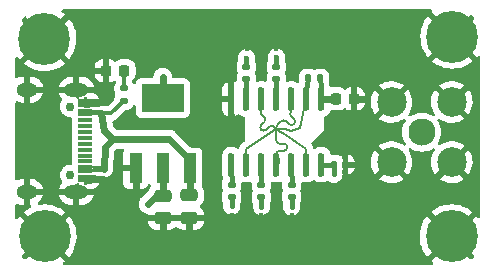
<source format=gbr>
%TF.GenerationSoftware,KiCad,Pcbnew,6.0.4-6f826c9f35~116~ubuntu20.04.1*%
%TF.CreationDate,2022-04-28T13:00:12+07:00*%
%TF.ProjectId,W2AEWPulseGenerator,57324145-5750-4756-9c73-6547656e6572,rev?*%
%TF.SameCoordinates,Original*%
%TF.FileFunction,Copper,L1,Top*%
%TF.FilePolarity,Positive*%
%FSLAX46Y46*%
G04 Gerber Fmt 4.6, Leading zero omitted, Abs format (unit mm)*
G04 Created by KiCad (PCBNEW 6.0.4-6f826c9f35~116~ubuntu20.04.1) date 2022-04-28 13:00:12*
%MOMM*%
%LPD*%
G01*
G04 APERTURE LIST*
G04 Aperture macros list*
%AMRoundRect*
0 Rectangle with rounded corners*
0 $1 Rounding radius*
0 $2 $3 $4 $5 $6 $7 $8 $9 X,Y pos of 4 corners*
0 Add a 4 corners polygon primitive as box body*
4,1,4,$2,$3,$4,$5,$6,$7,$8,$9,$2,$3,0*
0 Add four circle primitives for the rounded corners*
1,1,$1+$1,$2,$3*
1,1,$1+$1,$4,$5*
1,1,$1+$1,$6,$7*
1,1,$1+$1,$8,$9*
0 Add four rect primitives between the rounded corners*
20,1,$1+$1,$2,$3,$4,$5,0*
20,1,$1+$1,$4,$5,$6,$7,0*
20,1,$1+$1,$6,$7,$8,$9,0*
20,1,$1+$1,$8,$9,$2,$3,0*%
G04 Aperture macros list end*
%TA.AperFunction,ComponentPad*%
%ADD10C,0.700000*%
%TD*%
%TA.AperFunction,ComponentPad*%
%ADD11C,4.400000*%
%TD*%
%TA.AperFunction,SMDPad,CuDef*%
%ADD12RoundRect,0.250000X-0.475000X0.250000X-0.475000X-0.250000X0.475000X-0.250000X0.475000X0.250000X0*%
%TD*%
%TA.AperFunction,SMDPad,CuDef*%
%ADD13R,1.100000X2.500000*%
%TD*%
%TA.AperFunction,SMDPad,CuDef*%
%ADD14R,3.600000X2.340000*%
%TD*%
%TA.AperFunction,SMDPad,CuDef*%
%ADD15RoundRect,0.135000X-0.185000X0.135000X-0.185000X-0.135000X0.185000X-0.135000X0.185000X0.135000X0*%
%TD*%
%TA.AperFunction,SMDPad,CuDef*%
%ADD16RoundRect,0.135000X0.185000X-0.135000X0.185000X0.135000X-0.185000X0.135000X-0.185000X-0.135000X0*%
%TD*%
%TA.AperFunction,ComponentPad*%
%ADD17C,2.300000*%
%TD*%
%TA.AperFunction,ComponentPad*%
%ADD18C,2.500000*%
%TD*%
%TA.AperFunction,SMDPad,CuDef*%
%ADD19RoundRect,0.140000X-0.140000X-0.170000X0.140000X-0.170000X0.140000X0.170000X-0.140000X0.170000X0*%
%TD*%
%TA.AperFunction,ComponentPad*%
%ADD20C,0.750000*%
%TD*%
%TA.AperFunction,ComponentPad*%
%ADD21O,2.000000X1.200000*%
%TD*%
%TA.AperFunction,ComponentPad*%
%ADD22O,1.800000X1.200000*%
%TD*%
%TA.AperFunction,SMDPad,CuDef*%
%ADD23R,1.300000X0.300000*%
%TD*%
%TA.AperFunction,SMDPad,CuDef*%
%ADD24RoundRect,0.250000X0.475000X-0.250000X0.475000X0.250000X-0.475000X0.250000X-0.475000X-0.250000X0*%
%TD*%
%TA.AperFunction,SMDPad,CuDef*%
%ADD25RoundRect,0.218750X-0.218750X-0.256250X0.218750X-0.256250X0.218750X0.256250X-0.218750X0.256250X0*%
%TD*%
%TA.AperFunction,SMDPad,CuDef*%
%ADD26RoundRect,0.135000X-0.135000X-0.185000X0.135000X-0.185000X0.135000X0.185000X-0.135000X0.185000X0*%
%TD*%
%TA.AperFunction,SMDPad,CuDef*%
%ADD27RoundRect,0.225000X-0.225000X-0.250000X0.225000X-0.250000X0.225000X0.250000X-0.225000X0.250000X0*%
%TD*%
%TA.AperFunction,SMDPad,CuDef*%
%ADD28O,0.570000X2.040000*%
%TD*%
%TA.AperFunction,ViaPad*%
%ADD29C,0.450000*%
%TD*%
%TA.AperFunction,Conductor*%
%ADD30C,0.400000*%
%TD*%
%TA.AperFunction,Conductor*%
%ADD31C,0.600000*%
%TD*%
%TA.AperFunction,Conductor*%
%ADD32C,0.205740*%
%TD*%
%TA.AperFunction,Conductor*%
%ADD33C,0.300000*%
%TD*%
G04 APERTURE END LIST*
D10*
%TO.P,H3,1,1*%
%TO.N,GND*%
X136460000Y-82090000D03*
X135293274Y-82573274D03*
X134810000Y-83740000D03*
D11*
X136460000Y-83740000D03*
D10*
X137626726Y-82573274D03*
X136460000Y-85390000D03*
X135293274Y-84906726D03*
X138110000Y-83740000D03*
X137626726Y-84906726D03*
%TD*%
%TO.P,H4,1,1*%
%TO.N,GND*%
X100823274Y-82573274D03*
X100823274Y-84906726D03*
X101990000Y-82090000D03*
X103156726Y-84906726D03*
X101990000Y-85390000D03*
X103640000Y-83740000D03*
X100340000Y-83740000D03*
D11*
X101990000Y-83740000D03*
D10*
X103156726Y-82573274D03*
%TD*%
D12*
%TO.P,C4,1*%
%TO.N,/VIN*%
X114250000Y-80250000D03*
%TO.P,C4,2*%
%TO.N,GND*%
X114250000Y-82150000D03*
%TD*%
D13*
%TO.P,U2,1,GND/ADJ*%
%TO.N,GND*%
X109700000Y-77970000D03*
%TO.P,U2,2,Vout*%
%TO.N,VCC*%
X112000000Y-77970000D03*
%TO.P,U2,3,Vin*%
%TO.N,/VIN*%
X114300000Y-77970000D03*
D14*
%TO.P,U2,4,Vout*%
%TO.N,VCC*%
X112000000Y-72030000D03*
%TD*%
D15*
%TO.P,R6,1*%
%TO.N,Net-(R6-Pad1)*%
X117830600Y-79373000D03*
%TO.P,R6,2*%
%TO.N,/OUT*%
X117830600Y-80393000D03*
%TD*%
D16*
%TO.P,R7,1*%
%TO.N,/VIN*%
X108730000Y-72230000D03*
%TO.P,R7,2*%
%TO.N,Net-(D1-Pad2)*%
X108730000Y-71210000D03*
%TD*%
D17*
%TO.P,X1,1,1*%
%TO.N,/OUT*%
X133921150Y-74904600D03*
D18*
%TO.P,X1,2,2*%
%TO.N,GND*%
X131371250Y-72354700D03*
%TO.P,X1,3,2*%
X136471050Y-72354700D03*
%TO.P,X1,4,2*%
X136471050Y-77454500D03*
%TO.P,X1,5,2*%
X131371250Y-77454500D03*
%TD*%
D19*
%TO.P,C2,1*%
%TO.N,VCC*%
X126494600Y-77647800D03*
%TO.P,C2,2*%
%TO.N,GND*%
X127454600Y-77647800D03*
%TD*%
D15*
%TO.P,R4,1*%
%TO.N,Net-(R4-Pad1)*%
X122910600Y-79347600D03*
%TO.P,R4,2*%
%TO.N,/OUT*%
X122910600Y-80367600D03*
%TD*%
D16*
%TO.P,R3,1*%
%TO.N,Net-(R3-Pad1)*%
X119075200Y-70387400D03*
%TO.P,R3,2*%
%TO.N,/OUT*%
X119075200Y-69367400D03*
%TD*%
D20*
%TO.P,USBC1,*%
%TO.N,*%
X104184600Y-72737900D03*
X104184600Y-78537900D03*
D21*
%TO.P,USBC1,0,0*%
%TO.N,GND*%
X104684600Y-71307900D03*
D22*
X100484600Y-79967900D03*
D21*
X104684600Y-79967900D03*
D22*
X100484600Y-71307900D03*
D23*
%TO.P,USBC1,A1,GND*%
X105444600Y-72287900D03*
%TO.P,USBC1,A4,VBUS*%
%TO.N,/VIN*%
X105444600Y-73087900D03*
%TO.P,USBC1,A5,CC1*%
%TO.N,unconnected-(USBC1-PadA5)*%
X105444600Y-74387900D03*
%TO.P,USBC1,A6,DP1*%
%TO.N,unconnected-(USBC1-PadA6)*%
X105444600Y-75387900D03*
%TO.P,USBC1,A7,DN1*%
%TO.N,unconnected-(USBC1-PadA7)*%
X105444600Y-75887900D03*
%TO.P,USBC1,A8,SBU1*%
%TO.N,unconnected-(USBC1-PadA8)*%
X105444600Y-76887900D03*
%TO.P,USBC1,A9,VBUS*%
%TO.N,/VIN*%
X105444600Y-78187900D03*
%TO.P,USBC1,A12,GND*%
%TO.N,GND*%
X105444600Y-78987900D03*
%TO.P,USBC1,B1,GND*%
X105444600Y-78687900D03*
%TO.P,USBC1,B4,VBUS*%
%TO.N,/VIN*%
X105444600Y-77887900D03*
%TO.P,USBC1,B5,CC2*%
%TO.N,unconnected-(USBC1-PadB5)*%
X105444600Y-77387900D03*
%TO.P,USBC1,B6,DP2*%
%TO.N,unconnected-(USBC1-PadB6)*%
X105444600Y-76387900D03*
%TO.P,USBC1,B7,DN2*%
%TO.N,unconnected-(USBC1-PadB7)*%
X105444600Y-74887900D03*
%TO.P,USBC1,B8,SBU2*%
%TO.N,unconnected-(USBC1-PadB8)*%
X105444600Y-73887900D03*
%TO.P,USBC1,B9,VBUS*%
%TO.N,/VIN*%
X105444600Y-73387900D03*
%TO.P,USBC1,B12,GND*%
%TO.N,GND*%
X105444600Y-72587900D03*
%TD*%
D24*
%TO.P,C3,1*%
%TO.N,GND*%
X112000000Y-82200000D03*
%TO.P,C3,2*%
%TO.N,VCC*%
X112000000Y-80300000D03*
%TD*%
D16*
%TO.P,R2,1*%
%TO.N,Net-(R2-Pad1)*%
X121615200Y-70385400D03*
%TO.P,R2,2*%
%TO.N,/OUT*%
X121615200Y-69365400D03*
%TD*%
D15*
%TO.P,R5,1*%
%TO.N,Net-(R5-Pad1)*%
X120345200Y-79373000D03*
%TO.P,R5,2*%
%TO.N,/OUT*%
X120345200Y-80393000D03*
%TD*%
D10*
%TO.P,H2,1,1*%
%TO.N,GND*%
X103630000Y-67020000D03*
X101980000Y-68670000D03*
X100813274Y-68186726D03*
X100330000Y-67020000D03*
X101980000Y-65370000D03*
X103146726Y-68186726D03*
X103146726Y-65853274D03*
D11*
X101980000Y-67020000D03*
D10*
X100813274Y-65853274D03*
%TD*%
D25*
%TO.P,D1,1,K*%
%TO.N,GND*%
X107182500Y-69710000D03*
%TO.P,D1,2,A*%
%TO.N,Net-(D1-Pad2)*%
X108757500Y-69710000D03*
%TD*%
D26*
%TO.P,R1,1*%
%TO.N,/OSC_OUT*%
X124305600Y-70358000D03*
%TO.P,R1,2*%
%TO.N,Net-(C1-Pad1)*%
X125325600Y-70358000D03*
%TD*%
D11*
%TO.P,H1,1,1*%
%TO.N,GND*%
X136520000Y-66820000D03*
D10*
X136520000Y-68470000D03*
X138170000Y-66820000D03*
X134870000Y-66820000D03*
X137686726Y-65653274D03*
X135353274Y-67986726D03*
X137686726Y-67986726D03*
X135353274Y-65653274D03*
X136520000Y-65170000D03*
%TD*%
D27*
%TO.P,C1,1*%
%TO.N,Net-(C1-Pad1)*%
X126631400Y-72085200D03*
%TO.P,C1,2*%
%TO.N,GND*%
X128181400Y-72085200D03*
%TD*%
D28*
%TO.P,U1,1,1A*%
%TO.N,Net-(C1-Pad1)*%
X125425200Y-72109200D03*
%TO.P,U1,2,1Y*%
%TO.N,/OSC_OUT*%
X124155200Y-72109200D03*
%TO.P,U1,3,2A*%
X122885200Y-72109200D03*
%TO.P,U1,4,2Y*%
%TO.N,Net-(R2-Pad1)*%
X121615200Y-72109200D03*
%TO.P,U1,5,3A*%
%TO.N,/OSC_OUT*%
X120345200Y-72109200D03*
%TO.P,U1,6,3Y*%
%TO.N,Net-(R3-Pad1)*%
X119075200Y-72109200D03*
%TO.P,U1,7,GND*%
%TO.N,GND*%
X117805200Y-72109200D03*
%TO.P,U1,8,4Y*%
%TO.N,Net-(R6-Pad1)*%
X117805200Y-77649200D03*
%TO.P,U1,9,4A*%
%TO.N,/OSC_OUT*%
X119075200Y-77649200D03*
%TO.P,U1,10,5Y*%
%TO.N,Net-(R5-Pad1)*%
X120345200Y-77649200D03*
%TO.P,U1,11,5A*%
%TO.N,/OSC_OUT*%
X121615200Y-77649200D03*
%TO.P,U1,12,6Y*%
%TO.N,Net-(R4-Pad1)*%
X122885200Y-77649200D03*
%TO.P,U1,13,6A*%
%TO.N,/OSC_OUT*%
X124155200Y-77649200D03*
%TO.P,U1,14,VCC*%
%TO.N,VCC*%
X125425200Y-77649200D03*
%TD*%
D29*
%TO.N,VCC*%
X126490000Y-78470000D03*
X110750000Y-81000000D03*
X112000000Y-70250000D03*
%TO.N,GND*%
X116960000Y-76630000D03*
X134620000Y-64860000D03*
X124270000Y-81160000D03*
X120345200Y-81915000D03*
X112000000Y-83500000D03*
X127640000Y-73730000D03*
X119100600Y-67843400D03*
X122910600Y-81915000D03*
X116480000Y-77900000D03*
X128180000Y-81210000D03*
X114250000Y-83500000D03*
X122750000Y-69750000D03*
X116480000Y-79990000D03*
X117017800Y-72110600D03*
X115510000Y-68580000D03*
X129133600Y-72085200D03*
X118000000Y-69750000D03*
X117850000Y-81910000D03*
X107054000Y-72462900D03*
X128219200Y-77647800D03*
X107109400Y-78875000D03*
X109750000Y-80000000D03*
X109150000Y-74180000D03*
X129750000Y-73740000D03*
X120290000Y-70360000D03*
X126000000Y-73740000D03*
X121615200Y-67843400D03*
X117970000Y-73520000D03*
X126700000Y-76350000D03*
X129160000Y-76220000D03*
X124170000Y-79810000D03*
X125030000Y-75900000D03*
%TO.N,/OUT*%
X119075200Y-68607400D03*
X120345200Y-81203800D03*
X117830600Y-81153000D03*
X122910600Y-81229200D03*
X121615200Y-68555600D03*
%TD*%
D30*
%TO.N,VCC*%
X126494600Y-77647800D02*
X126494600Y-78465400D01*
X126494600Y-78465400D02*
X126490000Y-78470000D01*
D31*
X112000000Y-80300000D02*
X111450000Y-80300000D01*
X112000000Y-72030000D02*
X112000000Y-70250000D01*
D30*
X125425200Y-77649200D02*
X126494600Y-77647800D01*
D31*
X112000000Y-77970000D02*
X112000000Y-80300000D01*
X111450000Y-80300000D02*
X110750000Y-81000000D01*
D32*
%TO.N,/OSC_OUT*%
X121751471Y-74248530D02*
X122029136Y-73990200D01*
X119075200Y-76324800D02*
X121600000Y-74600000D01*
X121600000Y-74600000D02*
X122092349Y-74938204D01*
X124155200Y-76355200D02*
X124155200Y-77649200D01*
X121915200Y-75884800D02*
X122244976Y-75884800D01*
X122244976Y-76484800D02*
X121915200Y-76484800D01*
X122453400Y-73990200D02*
X122699732Y-74236532D01*
X120350898Y-74697629D02*
X120350899Y-74697629D01*
X120345200Y-72109200D02*
X120345200Y-73345200D01*
X122191794Y-75006512D02*
X124155200Y-76355200D01*
X121615200Y-76788419D02*
X121615200Y-77649200D01*
X123596400Y-74523600D02*
X124155200Y-72109200D01*
X120600000Y-74024264D02*
X120350899Y-74273364D01*
X122092349Y-74938204D02*
X122191794Y-75006512D01*
X120775163Y-74697629D02*
X121024263Y-74448528D01*
X121615200Y-76784800D02*
X121615200Y-76788419D01*
X120599999Y-74024265D02*
X120600000Y-74024264D01*
X120775164Y-74697628D02*
X120775163Y-74697629D01*
X122319211Y-74683189D02*
X122834400Y-74803000D01*
D30*
X121656179Y-77150413D02*
X121656181Y-77150415D01*
X124155200Y-71399400D02*
X124305600Y-70358000D01*
D32*
X122834400Y-74803000D02*
X123596400Y-74523600D01*
X119075200Y-77649200D02*
X119075200Y-76324800D01*
X121615200Y-74615200D02*
X121615200Y-75584800D01*
X121615200Y-74615200D02*
X122319211Y-74683189D01*
X122877664Y-73141669D02*
X122885200Y-72109200D01*
X121448528Y-74448527D02*
X121448528Y-74448528D01*
X120345200Y-73345200D02*
X120600000Y-73600000D01*
X123123996Y-73812268D02*
X122877663Y-73565935D01*
X122885200Y-72109200D02*
X122885200Y-73114800D01*
X121564400Y-74523600D02*
X121751471Y-74248530D01*
X121448528Y-74448528D02*
X121600000Y-74600000D01*
D30*
X124155200Y-72109200D02*
X124155200Y-71399400D01*
X121641568Y-77328274D02*
X121615200Y-77649200D01*
D32*
X122877663Y-73565935D02*
X122877664Y-73565935D01*
D30*
X121656181Y-77150415D02*
X121641568Y-77328274D01*
D32*
X121600000Y-74600000D02*
X121615200Y-74615200D01*
X121448531Y-74448524D02*
G75*
G03*
X121024264Y-74448529I-212131J-212176D01*
G01*
X121915200Y-75884800D02*
G75*
G02*
X121615200Y-75584800I0J300000D01*
G01*
X122545000Y-76184800D02*
G75*
G03*
X122244976Y-75884800I-300000J0D01*
G01*
X122244976Y-76484776D02*
G75*
G03*
X122544976Y-76184800I24J299976D01*
G01*
X122453399Y-73990201D02*
G75*
G03*
X122029137Y-73990201I-212131J-212131D01*
G01*
X120350896Y-74697631D02*
G75*
G02*
X120350900Y-74273365I212104J212131D01*
G01*
X122877663Y-73141668D02*
G75*
G03*
X122877665Y-73565934I212137J-212132D01*
G01*
X120599967Y-74024232D02*
G75*
G03*
X120600000Y-73600000I-212067J212132D01*
G01*
X120775132Y-74697596D02*
G75*
G02*
X120350900Y-74697628I-212132J212096D01*
G01*
X123123995Y-74236531D02*
G75*
G02*
X122699733Y-74236531I-212131J212131D01*
G01*
X123123996Y-73812268D02*
G75*
G02*
X123123996Y-74236532I-212096J-212132D01*
G01*
X121615200Y-76784800D02*
G75*
G02*
X121915200Y-76484800I300000J0D01*
G01*
D30*
%TO.N,GND*%
X127454600Y-77647800D02*
X128219200Y-77647800D01*
D31*
X114250000Y-82150000D02*
X114250000Y-83500000D01*
X109700000Y-77970000D02*
X109700000Y-79950000D01*
X112000000Y-82200000D02*
X112000000Y-83500000D01*
D30*
X117805200Y-72109200D02*
X117017800Y-72110600D01*
X107054000Y-72462900D02*
X107054000Y-72234300D01*
D31*
X109700000Y-79950000D02*
X109750000Y-80000000D01*
D30*
X106774600Y-72361300D02*
X105444600Y-72287900D01*
D31*
X128181400Y-72085200D02*
X129133600Y-72085200D01*
D30*
X107141500Y-78875000D02*
X107714400Y-79447900D01*
X105625000Y-79003300D02*
X107109400Y-78875000D01*
X105444600Y-72587900D02*
X107054000Y-72462900D01*
X107054000Y-72234300D02*
X107409600Y-71878700D01*
X107054000Y-72462900D02*
X106774600Y-72361300D01*
X107109400Y-78875000D02*
X107141500Y-78875000D01*
X106955000Y-78776700D02*
X105625000Y-78703300D01*
%TO.N,Net-(R2-Pad1)*%
X121615200Y-72109200D02*
X121615200Y-70385400D01*
%TO.N,/OUT*%
X117830600Y-80393000D02*
X117830600Y-81153000D01*
X121615200Y-69315600D02*
X121615200Y-68555600D01*
X119075200Y-69367400D02*
X119075200Y-68607400D01*
X120345200Y-80443800D02*
X120345200Y-81203800D01*
X122910600Y-80469200D02*
X122910600Y-81229200D01*
%TO.N,Net-(R3-Pad1)*%
X119075200Y-72109200D02*
X119075200Y-70387400D01*
%TO.N,Net-(R4-Pad1)*%
X122885200Y-77649200D02*
X122910600Y-79347600D01*
%TO.N,Net-(R5-Pad1)*%
X120345200Y-77649200D02*
X120345200Y-79373000D01*
%TO.N,Net-(R6-Pad1)*%
X117805200Y-77649200D02*
X117830600Y-79373000D01*
%TO.N,Net-(C1-Pad1)*%
X125425200Y-71069200D02*
X125425200Y-72109200D01*
X125325600Y-70358000D02*
X125425200Y-71069200D01*
D31*
X125425200Y-72109200D02*
X126631400Y-72085200D01*
D33*
%TO.N,Net-(D1-Pad2)*%
X108730000Y-69737500D02*
X108757500Y-69710000D01*
X108730000Y-71210000D02*
X108730000Y-69737500D01*
D31*
%TO.N,/VIN*%
X114300000Y-77970000D02*
X114300000Y-80050000D01*
D30*
X107000000Y-77990000D02*
X106825400Y-77974700D01*
D32*
X106825400Y-77974700D02*
X106780100Y-78020000D01*
D30*
X106800000Y-73310000D02*
X106730000Y-73190000D01*
D33*
X107650000Y-73310000D02*
X106800000Y-73310000D01*
D32*
X106730000Y-73190000D02*
X106688400Y-73087900D01*
D31*
X107104800Y-76145200D02*
X107750000Y-75500000D01*
X107054000Y-74804000D02*
X107750000Y-75500000D01*
X107000000Y-77990000D02*
X107104800Y-76145200D01*
D32*
X106688400Y-73087900D02*
X105444600Y-73087900D01*
D31*
X106800000Y-73310000D02*
X107054000Y-74804000D01*
D32*
X106708700Y-73240000D02*
X106100000Y-73240000D01*
D33*
X108730000Y-72230000D02*
X107650000Y-73310000D01*
D32*
X105444600Y-73387900D02*
X106941800Y-73387900D01*
X106780100Y-78020000D02*
X106130000Y-78020000D01*
X105444600Y-77887900D02*
X106738600Y-77887900D01*
D31*
X114300000Y-77270000D02*
X112530000Y-75500000D01*
D32*
X106738600Y-77887900D02*
X106825400Y-77974700D01*
X107000000Y-77990000D02*
X106993200Y-78187900D01*
X106730000Y-73190000D02*
X106708700Y-73240000D01*
D31*
X114300000Y-77970000D02*
X114300000Y-77270000D01*
D32*
X106993200Y-78187900D02*
X105444600Y-78187900D01*
D31*
X112530000Y-75500000D02*
X107750000Y-75500000D01*
%TD*%
%TA.AperFunction,Conductor*%
%TO.N,GND*%
G36*
X134772238Y-64542160D02*
G01*
X134818731Y-64595816D01*
X134828835Y-64666090D01*
X134806069Y-64722197D01*
X134797917Y-64733423D01*
X134804520Y-64745309D01*
X136520000Y-66460790D01*
X138593287Y-68534076D01*
X138606407Y-68541240D01*
X138616710Y-68533850D01*
X138668343Y-68470428D01*
X138726863Y-68430229D01*
X138797826Y-68428049D01*
X138858702Y-68464581D01*
X138890164Y-68528226D01*
X138892056Y-68549978D01*
X138892056Y-82088550D01*
X138872054Y-82156671D01*
X138818398Y-82203164D01*
X138748124Y-82213268D01*
X138683544Y-82183774D01*
X138666699Y-82166037D01*
X138557991Y-82026647D01*
X138546199Y-82018178D01*
X138534486Y-82024725D01*
X136460000Y-84099210D01*
X134745816Y-85813395D01*
X134738703Y-85826422D01*
X134746229Y-85836855D01*
X134852451Y-85922414D01*
X134892956Y-85980722D01*
X134895506Y-86051673D01*
X134859293Y-86112740D01*
X134795814Y-86144534D01*
X134773413Y-86146541D01*
X103672807Y-86146541D01*
X103604686Y-86126539D01*
X103558193Y-86072883D01*
X103548089Y-86002609D01*
X103577583Y-85938029D01*
X103596890Y-85919979D01*
X103704305Y-85838889D01*
X103712761Y-85827496D01*
X103706045Y-85815256D01*
X101631921Y-83741131D01*
X102354408Y-83741131D01*
X102354539Y-83742966D01*
X102358790Y-83749580D01*
X104063285Y-85454074D01*
X104076408Y-85461240D01*
X104086709Y-85453851D01*
X104190751Y-85326055D01*
X104195164Y-85319914D01*
X104365349Y-85050187D01*
X104369005Y-85043536D01*
X104505544Y-84755335D01*
X104508375Y-84748295D01*
X104609306Y-84445767D01*
X104611270Y-84438433D01*
X104675122Y-84125989D01*
X104676194Y-84118465D01*
X104702173Y-83799051D01*
X104702378Y-83794576D01*
X104702927Y-83742221D01*
X104702817Y-83737789D01*
X104701466Y-83715383D01*
X133747388Y-83715383D01*
X133763245Y-84033914D01*
X133764076Y-84041443D01*
X133818085Y-84355759D01*
X133819818Y-84363146D01*
X133911196Y-84668695D01*
X133913799Y-84675808D01*
X134041227Y-84968173D01*
X134044669Y-84974929D01*
X134206296Y-85249865D01*
X134210519Y-85256150D01*
X134361463Y-85453934D01*
X134372989Y-85462396D01*
X134385054Y-85455735D01*
X136087980Y-83752810D01*
X136095592Y-83738869D01*
X136095461Y-83737034D01*
X136091210Y-83730420D01*
X134386445Y-82025656D01*
X134373510Y-82018592D01*
X134362949Y-82026252D01*
X134242766Y-82177072D01*
X134238410Y-82183270D01*
X134071059Y-82454764D01*
X134067479Y-82461440D01*
X133933956Y-82751074D01*
X133931206Y-82758125D01*
X133833444Y-83061708D01*
X133831561Y-83069041D01*
X133770979Y-83382170D01*
X133769992Y-83389670D01*
X133747467Y-83707802D01*
X133747388Y-83715383D01*
X104701466Y-83715383D01*
X104683529Y-83417853D01*
X104682621Y-83410351D01*
X104625319Y-83096593D01*
X104623518Y-83089260D01*
X104528935Y-82784655D01*
X104526263Y-82777583D01*
X104400500Y-82497095D01*
X110767001Y-82497095D01*
X110767338Y-82503614D01*
X110777257Y-82599206D01*
X110780149Y-82612600D01*
X110831588Y-82766784D01*
X110837761Y-82779962D01*
X110923063Y-82917807D01*
X110932099Y-82929208D01*
X111046829Y-83043739D01*
X111058240Y-83052751D01*
X111196243Y-83137816D01*
X111209424Y-83143963D01*
X111363710Y-83195138D01*
X111377086Y-83198005D01*
X111471438Y-83207672D01*
X111477854Y-83208000D01*
X111727885Y-83208000D01*
X111743124Y-83203525D01*
X111744329Y-83202135D01*
X111746000Y-83194452D01*
X111746000Y-83189884D01*
X112254000Y-83189884D01*
X112258475Y-83205123D01*
X112259865Y-83206328D01*
X112267548Y-83207999D01*
X112522095Y-83207999D01*
X112528614Y-83207662D01*
X112624206Y-83197743D01*
X112637600Y-83194851D01*
X112791784Y-83143412D01*
X112804962Y-83137239D01*
X112942807Y-83051937D01*
X112954208Y-83042901D01*
X113060784Y-82936140D01*
X113123067Y-82902061D01*
X113193887Y-82907064D01*
X113238975Y-82935985D01*
X113296829Y-82993739D01*
X113308240Y-83002751D01*
X113446243Y-83087816D01*
X113459424Y-83093963D01*
X113613710Y-83145138D01*
X113627086Y-83148005D01*
X113721438Y-83157672D01*
X113727854Y-83158000D01*
X113977885Y-83158000D01*
X113993124Y-83153525D01*
X113994329Y-83152135D01*
X113996000Y-83144452D01*
X113996000Y-83139884D01*
X114504000Y-83139884D01*
X114508475Y-83155123D01*
X114509865Y-83156328D01*
X114517548Y-83157999D01*
X114772095Y-83157999D01*
X114778614Y-83157662D01*
X114874206Y-83147743D01*
X114887600Y-83144851D01*
X115041784Y-83093412D01*
X115054962Y-83087239D01*
X115192807Y-83001937D01*
X115204208Y-82992901D01*
X115318739Y-82878171D01*
X115327751Y-82866760D01*
X115412816Y-82728757D01*
X115418963Y-82715576D01*
X115470138Y-82561290D01*
X115473005Y-82547914D01*
X115482672Y-82453562D01*
X115483000Y-82447146D01*
X115483000Y-82422115D01*
X115478525Y-82406876D01*
X115477135Y-82405671D01*
X115469452Y-82404000D01*
X114522115Y-82404000D01*
X114506876Y-82408475D01*
X114505671Y-82409865D01*
X114504000Y-82417548D01*
X114504000Y-83139884D01*
X113996000Y-83139884D01*
X113996000Y-82422115D01*
X113991525Y-82406876D01*
X113990135Y-82405671D01*
X113982452Y-82404000D01*
X113291115Y-82404000D01*
X113275876Y-82408474D01*
X113274111Y-82410512D01*
X113214385Y-82448896D01*
X113178886Y-82454000D01*
X112272115Y-82454000D01*
X112256876Y-82458475D01*
X112255671Y-82459865D01*
X112254000Y-82467548D01*
X112254000Y-83189884D01*
X111746000Y-83189884D01*
X111746000Y-82472115D01*
X111741525Y-82456876D01*
X111740135Y-82455671D01*
X111732452Y-82454000D01*
X110785116Y-82454000D01*
X110769877Y-82458475D01*
X110768672Y-82459865D01*
X110767001Y-82467548D01*
X110767001Y-82497095D01*
X104400500Y-82497095D01*
X104395781Y-82486570D01*
X104392264Y-82479843D01*
X104227771Y-82206621D01*
X104223481Y-82200377D01*
X104087991Y-82026647D01*
X104076199Y-82018178D01*
X104064486Y-82024725D01*
X102362020Y-83727190D01*
X102354408Y-83741131D01*
X101631921Y-83741131D01*
X101630790Y-83740000D01*
X99916443Y-82025654D01*
X99903511Y-82018592D01*
X99892948Y-82026253D01*
X99772766Y-82177072D01*
X99768407Y-82183275D01*
X99752268Y-82209456D01*
X99699496Y-82256949D01*
X99629424Y-82268371D01*
X99564301Y-82240097D01*
X99524801Y-82181103D01*
X99519009Y-82143339D01*
X99519009Y-81653423D01*
X100267917Y-81653423D01*
X100274520Y-81665309D01*
X101977190Y-83367980D01*
X101991131Y-83375592D01*
X101992966Y-83375461D01*
X101999580Y-83371210D01*
X103704559Y-81666230D01*
X103711571Y-81653389D01*
X103703777Y-81642701D01*
X103541298Y-81514613D01*
X103535075Y-81510288D01*
X103262702Y-81344357D01*
X103256025Y-81340822D01*
X102965686Y-81208813D01*
X102958616Y-81206099D01*
X102654537Y-81109932D01*
X102647186Y-81108085D01*
X102333746Y-81049142D01*
X102326237Y-81048194D01*
X102007989Y-81027335D01*
X102000424Y-81027295D01*
X101681964Y-81044821D01*
X101674451Y-81045690D01*
X101565547Y-81064991D01*
X101494981Y-81057183D01*
X101439838Y-81012464D01*
X101417626Y-80945032D01*
X101435397Y-80876295D01*
X101465726Y-80841838D01*
X101547456Y-80777638D01*
X101556106Y-80769401D01*
X101686812Y-80618777D01*
X101693747Y-80609053D01*
X101793610Y-80436433D01*
X101798584Y-80425569D01*
X101864007Y-80237173D01*
X101864248Y-80236184D01*
X101864122Y-80235299D01*
X103209312Y-80235299D01*
X103230794Y-80324437D01*
X103234683Y-80335732D01*
X103317229Y-80517282D01*
X103323176Y-80527624D01*
X103438568Y-80690297D01*
X103446361Y-80699325D01*
X103590431Y-80837242D01*
X103599796Y-80844638D01*
X103767341Y-80952821D01*
X103777945Y-80958317D01*
X103962912Y-81032861D01*
X103974370Y-81036255D01*
X104171528Y-81074757D01*
X104180391Y-81075834D01*
X104183100Y-81075900D01*
X104412485Y-81075900D01*
X104427724Y-81071425D01*
X104428929Y-81070035D01*
X104430600Y-81062352D01*
X104430600Y-81057785D01*
X104938600Y-81057785D01*
X104943075Y-81073024D01*
X104944465Y-81074229D01*
X104952148Y-81075900D01*
X105134432Y-81075900D01*
X105140408Y-81075615D01*
X105289094Y-81061429D01*
X105300828Y-81059170D01*
X105492199Y-81003028D01*
X105503275Y-80998598D01*
X105680578Y-80907281D01*
X105690624Y-80900831D01*
X105847457Y-80777638D01*
X105856106Y-80769401D01*
X105986812Y-80618777D01*
X105993747Y-80609053D01*
X106093610Y-80436433D01*
X106098584Y-80425569D01*
X106164007Y-80237173D01*
X106164248Y-80236184D01*
X106162780Y-80225892D01*
X106149215Y-80221900D01*
X104956715Y-80221900D01*
X104941476Y-80226375D01*
X104940271Y-80227765D01*
X104938600Y-80235448D01*
X104938600Y-81057785D01*
X104430600Y-81057785D01*
X104430600Y-80240015D01*
X104426125Y-80224776D01*
X104424735Y-80223571D01*
X104417052Y-80221900D01*
X103224198Y-80221900D01*
X103210667Y-80225873D01*
X103209312Y-80235299D01*
X101864122Y-80235299D01*
X101862780Y-80225892D01*
X101849215Y-80221900D01*
X100756715Y-80221900D01*
X100741476Y-80226375D01*
X100740271Y-80227765D01*
X100738600Y-80235448D01*
X100738600Y-81057785D01*
X100743075Y-81073024D01*
X100744465Y-81074229D01*
X100754322Y-81076373D01*
X100816635Y-81110398D01*
X100850660Y-81172710D01*
X100845596Y-81243526D01*
X100803050Y-81300362D01*
X100778488Y-81314734D01*
X100749176Y-81327693D01*
X100742445Y-81331167D01*
X100468355Y-81494233D01*
X100462091Y-81498490D01*
X100276385Y-81641762D01*
X100267917Y-81653423D01*
X99519009Y-81653423D01*
X99519009Y-81080891D01*
X99539011Y-81012770D01*
X99592667Y-80966277D01*
X99662941Y-80956173D01*
X99692107Y-80964025D01*
X99862911Y-81032861D01*
X99874370Y-81036255D01*
X100071528Y-81074757D01*
X100080391Y-81075834D01*
X100083100Y-81075900D01*
X100212485Y-81075900D01*
X100227724Y-81071425D01*
X100228929Y-81070035D01*
X100230600Y-81062352D01*
X100230600Y-79695785D01*
X100738600Y-79695785D01*
X100743075Y-79711024D01*
X100744465Y-79712229D01*
X100752148Y-79713900D01*
X101845002Y-79713900D01*
X101858533Y-79709927D01*
X101859888Y-79700501D01*
X101859675Y-79699616D01*
X103204952Y-79699616D01*
X103206420Y-79709908D01*
X103219985Y-79713900D01*
X104412485Y-79713900D01*
X104427724Y-79709425D01*
X104428929Y-79708035D01*
X104430600Y-79700352D01*
X104430600Y-79468553D01*
X104450602Y-79400432D01*
X104505351Y-79353446D01*
X104618731Y-79302966D01*
X104618733Y-79302965D01*
X104624761Y-79300281D01*
X104639786Y-79289365D01*
X104738539Y-79217617D01*
X104805407Y-79193758D01*
X104874559Y-79209839D01*
X104924039Y-79260753D01*
X104938600Y-79319553D01*
X104938600Y-79695785D01*
X104943075Y-79711024D01*
X104944465Y-79712229D01*
X104952148Y-79713900D01*
X106145003Y-79713900D01*
X106160242Y-79709425D01*
X106168617Y-79699760D01*
X106185527Y-79662732D01*
X106236521Y-79627263D01*
X106332654Y-79591224D01*
X106348249Y-79582686D01*
X106450324Y-79506185D01*
X106462885Y-79493624D01*
X106539386Y-79391549D01*
X106547924Y-79375954D01*
X106589643Y-79264669D01*
X108642001Y-79264669D01*
X108642371Y-79271490D01*
X108647895Y-79322352D01*
X108651521Y-79337604D01*
X108696676Y-79458054D01*
X108705214Y-79473649D01*
X108781715Y-79575724D01*
X108794276Y-79588285D01*
X108896351Y-79664786D01*
X108911946Y-79673324D01*
X109032394Y-79718478D01*
X109047649Y-79722105D01*
X109098514Y-79727631D01*
X109105328Y-79728000D01*
X109427885Y-79728000D01*
X109443124Y-79723525D01*
X109444329Y-79722135D01*
X109446000Y-79714452D01*
X109446000Y-78242115D01*
X109441525Y-78226876D01*
X109440135Y-78225671D01*
X109432452Y-78224000D01*
X108660116Y-78224000D01*
X108644877Y-78228475D01*
X108643672Y-78229865D01*
X108642001Y-78237548D01*
X108642001Y-79264669D01*
X106589643Y-79264669D01*
X106593078Y-79255506D01*
X106596705Y-79240251D01*
X106602231Y-79189386D01*
X106602600Y-79182572D01*
X106602600Y-79156015D01*
X106598125Y-79140776D01*
X106596735Y-79139571D01*
X106589052Y-79137900D01*
X105612715Y-79137900D01*
X105597476Y-79142375D01*
X105596271Y-79143765D01*
X105594600Y-79151448D01*
X105594600Y-79259900D01*
X105574598Y-79328021D01*
X105520942Y-79374514D01*
X105468600Y-79385900D01*
X105420600Y-79385900D01*
X105352479Y-79365898D01*
X105305986Y-79312242D01*
X105294600Y-79259900D01*
X105294600Y-78964400D01*
X105314602Y-78896279D01*
X105368258Y-78849786D01*
X105420600Y-78838400D01*
X106132666Y-78838399D01*
X106141976Y-78838399D01*
X106145042Y-78838066D01*
X106151188Y-78837900D01*
X106584485Y-78837900D01*
X106601415Y-78832929D01*
X106658295Y-78796374D01*
X106693794Y-78791270D01*
X106922616Y-78791270D01*
X106934727Y-78792335D01*
X106934732Y-78792251D01*
X106941762Y-78792700D01*
X106948697Y-78793929D01*
X106954450Y-78793653D01*
X106964020Y-78794753D01*
X106964149Y-78794757D01*
X106972301Y-78796117D01*
X107016283Y-78791857D01*
X107028431Y-78791270D01*
X107032743Y-78791270D01*
X107036821Y-78790733D01*
X107036822Y-78790733D01*
X107037822Y-78790601D01*
X107044013Y-78789786D01*
X107054408Y-78788854D01*
X107072127Y-78788004D01*
X107121048Y-78785656D01*
X107121052Y-78785655D01*
X107128081Y-78785318D01*
X107301100Y-78737177D01*
X107307295Y-78733835D01*
X107307299Y-78733833D01*
X107452954Y-78655246D01*
X107452957Y-78655244D01*
X107459153Y-78651901D01*
X107594386Y-78533728D01*
X107651774Y-78454889D01*
X107695932Y-78394226D01*
X107695934Y-78394223D01*
X107700077Y-78388531D01*
X107770974Y-78223525D01*
X107796335Y-78086037D01*
X107798215Y-78052955D01*
X107883972Y-76543353D01*
X107907805Y-76476476D01*
X107920674Y-76461404D01*
X108044673Y-76337405D01*
X108106985Y-76303379D01*
X108133768Y-76300500D01*
X108583383Y-76300500D01*
X108651504Y-76320502D01*
X108697997Y-76374158D01*
X108708101Y-76444432D01*
X108698556Y-76473061D01*
X108699828Y-76473538D01*
X108651522Y-76602394D01*
X108647895Y-76617649D01*
X108642369Y-76668514D01*
X108642000Y-76675328D01*
X108642000Y-77697885D01*
X108646475Y-77713124D01*
X108647865Y-77714329D01*
X108655548Y-77716000D01*
X109828000Y-77716000D01*
X109896121Y-77736002D01*
X109942614Y-77789658D01*
X109954000Y-77842000D01*
X109954000Y-79709884D01*
X109958475Y-79725123D01*
X109959865Y-79726328D01*
X109967548Y-79727999D01*
X110294669Y-79727999D01*
X110301490Y-79727629D01*
X110352352Y-79722105D01*
X110367604Y-79718479D01*
X110488054Y-79673324D01*
X110503649Y-79664786D01*
X110605724Y-79588285D01*
X110618285Y-79575724D01*
X110694786Y-79473649D01*
X110703325Y-79458052D01*
X110736023Y-79370830D01*
X110778664Y-79314065D01*
X110845226Y-79289365D01*
X110914575Y-79304572D01*
X110964693Y-79354858D01*
X110971987Y-79370829D01*
X110973602Y-79375136D01*
X110990092Y-79419125D01*
X110995275Y-79489930D01*
X110961283Y-79552371D01*
X110932016Y-79581689D01*
X110928176Y-79587919D01*
X110928175Y-79587920D01*
X110911861Y-79614387D01*
X110840186Y-79730666D01*
X110837881Y-79737615D01*
X110826219Y-79772774D01*
X110795721Y-79822201D01*
X110152032Y-80465890D01*
X110149843Y-80468633D01*
X110149836Y-80468640D01*
X110111006Y-80517282D01*
X110068336Y-80570734D01*
X110065270Y-80577077D01*
X110065269Y-80577078D01*
X110043653Y-80621794D01*
X109990173Y-80732422D01*
X109949774Y-80907411D01*
X109949749Y-80914449D01*
X109949749Y-80914453D01*
X109949481Y-80991249D01*
X109949147Y-81087000D01*
X109950685Y-81093880D01*
X109983327Y-81239910D01*
X109988324Y-81262267D01*
X110065357Y-81424497D01*
X110069713Y-81430033D01*
X110069714Y-81430034D01*
X110157399Y-81541462D01*
X110176417Y-81565630D01*
X110315985Y-81678650D01*
X110322311Y-81681763D01*
X110322313Y-81681764D01*
X110470804Y-81754831D01*
X110470806Y-81754832D01*
X110477125Y-81757941D01*
X110483974Y-81759573D01*
X110483975Y-81759573D01*
X110644974Y-81797928D01*
X110644977Y-81797928D01*
X110651826Y-81799560D01*
X110657025Y-81799614D01*
X110721531Y-81827480D01*
X110761138Y-81886401D01*
X110767000Y-81924386D01*
X110767000Y-81927885D01*
X110771475Y-81943124D01*
X110772865Y-81944329D01*
X110780548Y-81946000D01*
X112958885Y-81946000D01*
X112974124Y-81941526D01*
X112975889Y-81939488D01*
X113035615Y-81901104D01*
X113071114Y-81896000D01*
X115464884Y-81896000D01*
X115480123Y-81891525D01*
X115481328Y-81890135D01*
X115482999Y-81882452D01*
X115482999Y-81852905D01*
X115482662Y-81846386D01*
X115472743Y-81750794D01*
X115469851Y-81737400D01*
X115418412Y-81583216D01*
X115412239Y-81570038D01*
X115326937Y-81432193D01*
X115317901Y-81420792D01*
X115203170Y-81306260D01*
X115187745Y-81294078D01*
X115146683Y-81236161D01*
X115143451Y-81165238D01*
X115179077Y-81103827D01*
X115187573Y-81096452D01*
X115188122Y-81096017D01*
X115194345Y-81092166D01*
X115317984Y-80968311D01*
X115324145Y-80958317D01*
X115351564Y-80913833D01*
X115409814Y-80819334D01*
X115464910Y-80653228D01*
X115475500Y-80549866D01*
X115475500Y-80193819D01*
X117010100Y-80193819D01*
X117010101Y-80592180D01*
X117012935Y-80628204D01*
X117014730Y-80634381D01*
X117014731Y-80634387D01*
X117052334Y-80763816D01*
X117057731Y-80782393D01*
X117061766Y-80789215D01*
X117061766Y-80789216D01*
X117111386Y-80873120D01*
X117128845Y-80941937D01*
X117123839Y-80967565D01*
X117125046Y-80967857D01*
X117123389Y-80974706D01*
X117120980Y-80981325D01*
X117100580Y-81142806D01*
X117116463Y-81304794D01*
X117167840Y-81459238D01*
X117171487Y-81465260D01*
X117171488Y-81465262D01*
X117234961Y-81570068D01*
X117252156Y-81598461D01*
X117365222Y-81715545D01*
X117501418Y-81804669D01*
X117508022Y-81807125D01*
X117647373Y-81858949D01*
X117647375Y-81858949D01*
X117653975Y-81861404D01*
X117660956Y-81862335D01*
X117660958Y-81862336D01*
X117808329Y-81882000D01*
X117808333Y-81882000D01*
X117815310Y-81882931D01*
X117822321Y-81882293D01*
X117822325Y-81882293D01*
X117970384Y-81868818D01*
X117977405Y-81868179D01*
X117984107Y-81866001D01*
X117984109Y-81866001D01*
X118125505Y-81820059D01*
X118125508Y-81820058D01*
X118132204Y-81817882D01*
X118272012Y-81734539D01*
X118277106Y-81729688D01*
X118277110Y-81729685D01*
X118384782Y-81627150D01*
X118384783Y-81627148D01*
X118389882Y-81622293D01*
X118402352Y-81603525D01*
X118464464Y-81510038D01*
X118479955Y-81486723D01*
X118501489Y-81430034D01*
X118535253Y-81341151D01*
X118535254Y-81341148D01*
X118537754Y-81334566D01*
X118560406Y-81173385D01*
X118560691Y-81153000D01*
X118542548Y-80991249D01*
X118538585Y-80979869D01*
X118535070Y-80908961D01*
X118549121Y-80874291D01*
X118599434Y-80789216D01*
X118599434Y-80789215D01*
X118603469Y-80782393D01*
X118608866Y-80763816D01*
X118646471Y-80634381D01*
X118646472Y-80634376D01*
X118648265Y-80628204D01*
X118650264Y-80602804D01*
X118650907Y-80594638D01*
X118650907Y-80594629D01*
X118651100Y-80592181D01*
X118651099Y-80193820D01*
X118648265Y-80157796D01*
X118642751Y-80138814D01*
X118605681Y-80011220D01*
X118605680Y-80011218D01*
X118603469Y-80003607D01*
X118570072Y-79947137D01*
X118552614Y-79878323D01*
X118570072Y-79818864D01*
X118603469Y-79762393D01*
X118605681Y-79754780D01*
X118646471Y-79614381D01*
X118646472Y-79614376D01*
X118648265Y-79608204D01*
X118650433Y-79580655D01*
X118650907Y-79574638D01*
X118650907Y-79574629D01*
X118651100Y-79572181D01*
X118651099Y-79245660D01*
X118671101Y-79177541D01*
X118724756Y-79131048D01*
X118795030Y-79120943D01*
X118819365Y-79126962D01*
X118888057Y-79151422D01*
X118888063Y-79151423D01*
X118894695Y-79153785D01*
X118901683Y-79154618D01*
X118901686Y-79154619D01*
X119018065Y-79168496D01*
X119069682Y-79174651D01*
X119076685Y-79173915D01*
X119076686Y-79173915D01*
X119237942Y-79156966D01*
X119237944Y-79156966D01*
X119244942Y-79156230D01*
X119358095Y-79117710D01*
X119429027Y-79114692D01*
X119490331Y-79150502D01*
X119522543Y-79213771D01*
X119524700Y-79236988D01*
X119524701Y-79408176D01*
X119524701Y-79572180D01*
X119527535Y-79608204D01*
X119529330Y-79614381D01*
X119529331Y-79614387D01*
X119570119Y-79754780D01*
X119572331Y-79762393D01*
X119605728Y-79818863D01*
X119623186Y-79887677D01*
X119605728Y-79947136D01*
X119572331Y-80003607D01*
X119570120Y-80011218D01*
X119570119Y-80011220D01*
X119529329Y-80151619D01*
X119529328Y-80151624D01*
X119527535Y-80157796D01*
X119525833Y-80179419D01*
X119524894Y-80191356D01*
X119524700Y-80193819D01*
X119524701Y-80592180D01*
X119527535Y-80628204D01*
X119529330Y-80634381D01*
X119529331Y-80634387D01*
X119566934Y-80763816D01*
X119572331Y-80782393D01*
X119625987Y-80873120D01*
X119627154Y-80875094D01*
X119644700Y-80939233D01*
X119644700Y-80984851D01*
X119638777Y-81018447D01*
X119639646Y-81018657D01*
X119637989Y-81025506D01*
X119635580Y-81032125D01*
X119615180Y-81193606D01*
X119631063Y-81355594D01*
X119682440Y-81510038D01*
X119686087Y-81516060D01*
X119686088Y-81516062D01*
X119750424Y-81622293D01*
X119766756Y-81649261D01*
X119879822Y-81766345D01*
X120016018Y-81855469D01*
X120022622Y-81857925D01*
X120161973Y-81909749D01*
X120161975Y-81909749D01*
X120168575Y-81912204D01*
X120175556Y-81913135D01*
X120175558Y-81913136D01*
X120322929Y-81932800D01*
X120322933Y-81932800D01*
X120329910Y-81933731D01*
X120336921Y-81933093D01*
X120336925Y-81933093D01*
X120484984Y-81919618D01*
X120492005Y-81918979D01*
X120498707Y-81916801D01*
X120498709Y-81916801D01*
X120640105Y-81870859D01*
X120640108Y-81870858D01*
X120646804Y-81868682D01*
X120786612Y-81785339D01*
X120791706Y-81780488D01*
X120791710Y-81780485D01*
X120899382Y-81677950D01*
X120899383Y-81677948D01*
X120904482Y-81673093D01*
X120916952Y-81654325D01*
X120973784Y-81568785D01*
X120994555Y-81537523D01*
X121009382Y-81498490D01*
X121049853Y-81391951D01*
X121049854Y-81391948D01*
X121052354Y-81385366D01*
X121075006Y-81224185D01*
X121075291Y-81203800D01*
X121057148Y-81042049D01*
X121052709Y-81029302D01*
X121045700Y-80987865D01*
X121045700Y-80939233D01*
X121063246Y-80875094D01*
X121064414Y-80873120D01*
X121118069Y-80782393D01*
X121123466Y-80763816D01*
X121161071Y-80634381D01*
X121161072Y-80634376D01*
X121162865Y-80628204D01*
X121164864Y-80602804D01*
X121165507Y-80594638D01*
X121165507Y-80594629D01*
X121165700Y-80592181D01*
X121165699Y-80193820D01*
X121162865Y-80157796D01*
X121157351Y-80138814D01*
X121120281Y-80011220D01*
X121120280Y-80011218D01*
X121118069Y-80003607D01*
X121084672Y-79947137D01*
X121067214Y-79878323D01*
X121084672Y-79818864D01*
X121118069Y-79762393D01*
X121120281Y-79754780D01*
X121161071Y-79614381D01*
X121161072Y-79614376D01*
X121162865Y-79608204D01*
X121165033Y-79580655D01*
X121165507Y-79574638D01*
X121165507Y-79574629D01*
X121165700Y-79572181D01*
X121165699Y-79236615D01*
X121185701Y-79168496D01*
X121239356Y-79122003D01*
X121309630Y-79111898D01*
X121333966Y-79117917D01*
X121428060Y-79151423D01*
X121428065Y-79151424D01*
X121434695Y-79153785D01*
X121441683Y-79154618D01*
X121441686Y-79154619D01*
X121558065Y-79168496D01*
X121609682Y-79174651D01*
X121616685Y-79173915D01*
X121616686Y-79173915D01*
X121777942Y-79156966D01*
X121777944Y-79156966D01*
X121784942Y-79156230D01*
X121923495Y-79109063D01*
X121994427Y-79106045D01*
X122055731Y-79141855D01*
X122087943Y-79205124D01*
X122090100Y-79228341D01*
X122090101Y-79391549D01*
X122090101Y-79546780D01*
X122092935Y-79582804D01*
X122094730Y-79588981D01*
X122094731Y-79588987D01*
X122135011Y-79727631D01*
X122137731Y-79736993D01*
X122171128Y-79793463D01*
X122188586Y-79862277D01*
X122171128Y-79921736D01*
X122137731Y-79978207D01*
X122135520Y-79985818D01*
X122135519Y-79985820D01*
X122094729Y-80126219D01*
X122094728Y-80126224D01*
X122092935Y-80132396D01*
X122092431Y-80138806D01*
X122090294Y-80165956D01*
X122090100Y-80168419D01*
X122090101Y-80566780D01*
X122092935Y-80602804D01*
X122094730Y-80608981D01*
X122094731Y-80608987D01*
X122109482Y-80659759D01*
X122137731Y-80756993D01*
X122141766Y-80763815D01*
X122141766Y-80763816D01*
X122192554Y-80849694D01*
X122210100Y-80913833D01*
X122210100Y-81010251D01*
X122204177Y-81043847D01*
X122205046Y-81044057D01*
X122203389Y-81050906D01*
X122200980Y-81057525D01*
X122180580Y-81219006D01*
X122196463Y-81380994D01*
X122247840Y-81535438D01*
X122251487Y-81541460D01*
X122251488Y-81541462D01*
X122313126Y-81643238D01*
X122332156Y-81674661D01*
X122445222Y-81791745D01*
X122581418Y-81880869D01*
X122588022Y-81883325D01*
X122727373Y-81935149D01*
X122727375Y-81935149D01*
X122733975Y-81937604D01*
X122740956Y-81938535D01*
X122740958Y-81938536D01*
X122888329Y-81958200D01*
X122888333Y-81958200D01*
X122895310Y-81959131D01*
X122902321Y-81958493D01*
X122902325Y-81958493D01*
X123050384Y-81945018D01*
X123057405Y-81944379D01*
X123064107Y-81942201D01*
X123064109Y-81942201D01*
X123205505Y-81896259D01*
X123205508Y-81896258D01*
X123212204Y-81894082D01*
X123352012Y-81810739D01*
X123357106Y-81805888D01*
X123357110Y-81805885D01*
X123464782Y-81703350D01*
X123464783Y-81703348D01*
X123469882Y-81698493D01*
X123477126Y-81687591D01*
X123499827Y-81653423D01*
X134737917Y-81653423D01*
X134744520Y-81665309D01*
X136447190Y-83367980D01*
X136461131Y-83375592D01*
X136462966Y-83375461D01*
X136469580Y-83371210D01*
X138174559Y-81666230D01*
X138181571Y-81653389D01*
X138173777Y-81642701D01*
X138011298Y-81514613D01*
X138005075Y-81510288D01*
X137732702Y-81344357D01*
X137726025Y-81340822D01*
X137435686Y-81208813D01*
X137428616Y-81206099D01*
X137124537Y-81109932D01*
X137117186Y-81108085D01*
X136803746Y-81049142D01*
X136796237Y-81048194D01*
X136477989Y-81027335D01*
X136470424Y-81027295D01*
X136151964Y-81044821D01*
X136144450Y-81045690D01*
X135830405Y-81101348D01*
X135823044Y-81103115D01*
X135517980Y-81196092D01*
X135510860Y-81198740D01*
X135219182Y-81327690D01*
X135212445Y-81331167D01*
X134938355Y-81494233D01*
X134932091Y-81498490D01*
X134746385Y-81641762D01*
X134737917Y-81653423D01*
X123499827Y-81653423D01*
X123556060Y-81568785D01*
X123559955Y-81562923D01*
X123570396Y-81535438D01*
X123615253Y-81417351D01*
X123615254Y-81417348D01*
X123617754Y-81410766D01*
X123640406Y-81249585D01*
X123640594Y-81236161D01*
X123640636Y-81233162D01*
X123640636Y-81233156D01*
X123640691Y-81229200D01*
X123622548Y-81067449D01*
X123618109Y-81054702D01*
X123611100Y-81013265D01*
X123611100Y-80913833D01*
X123628646Y-80849694D01*
X123679434Y-80763816D01*
X123679434Y-80763815D01*
X123683469Y-80756993D01*
X123702846Y-80690297D01*
X123726471Y-80608981D01*
X123726472Y-80608976D01*
X123728265Y-80602804D01*
X123730789Y-80570734D01*
X123730907Y-80569238D01*
X123730907Y-80569229D01*
X123731100Y-80566781D01*
X123731099Y-80168420D01*
X123728265Y-80132396D01*
X123690849Y-80003607D01*
X123685681Y-79985820D01*
X123685680Y-79985818D01*
X123683469Y-79978207D01*
X123650072Y-79921737D01*
X123632614Y-79852923D01*
X123650072Y-79793464D01*
X123683469Y-79736993D01*
X123686189Y-79727631D01*
X123726471Y-79588981D01*
X123726472Y-79588976D01*
X123728265Y-79582804D01*
X123730660Y-79552371D01*
X123730907Y-79549238D01*
X123730907Y-79549229D01*
X123731100Y-79546781D01*
X123731099Y-79245660D01*
X123751101Y-79177541D01*
X123804756Y-79131048D01*
X123875030Y-79120943D01*
X123899365Y-79126962D01*
X123968057Y-79151422D01*
X123968063Y-79151423D01*
X123974695Y-79153785D01*
X123981683Y-79154618D01*
X123981686Y-79154619D01*
X124098065Y-79168496D01*
X124149682Y-79174651D01*
X124156685Y-79173915D01*
X124156686Y-79173915D01*
X124317942Y-79156966D01*
X124317944Y-79156966D01*
X124324942Y-79156230D01*
X124491766Y-79099439D01*
X124577516Y-79046685D01*
X124635855Y-79010795D01*
X124635858Y-79010793D01*
X124641862Y-79007099D01*
X124701942Y-78948264D01*
X124764603Y-78914895D01*
X124835362Y-78920700D01*
X124879503Y-78949505D01*
X124924925Y-78995246D01*
X124924929Y-78995249D01*
X124929888Y-79000243D01*
X124935834Y-79004017D01*
X124935836Y-79004018D01*
X124980788Y-79032545D01*
X125078681Y-79094670D01*
X125085324Y-79097035D01*
X125085323Y-79097035D01*
X125238061Y-79151423D01*
X125238063Y-79151424D01*
X125244695Y-79153785D01*
X125251683Y-79154618D01*
X125251686Y-79154619D01*
X125368065Y-79168496D01*
X125419682Y-79174651D01*
X125426685Y-79173915D01*
X125426686Y-79173915D01*
X125587942Y-79156966D01*
X125587944Y-79156966D01*
X125594942Y-79156230D01*
X125761766Y-79099439D01*
X125882767Y-79024998D01*
X125951266Y-79006341D01*
X126018980Y-79027680D01*
X126022357Y-79030199D01*
X126024622Y-79032545D01*
X126160818Y-79121669D01*
X126167422Y-79124125D01*
X126306773Y-79175949D01*
X126306775Y-79175949D01*
X126313375Y-79178404D01*
X126320356Y-79179335D01*
X126320358Y-79179336D01*
X126467729Y-79199000D01*
X126467733Y-79199000D01*
X126474710Y-79199931D01*
X126481721Y-79199293D01*
X126481725Y-79199293D01*
X126629784Y-79185818D01*
X126636805Y-79185179D01*
X126643507Y-79183001D01*
X126643509Y-79183001D01*
X126784905Y-79137059D01*
X126784908Y-79137058D01*
X126791604Y-79134882D01*
X126931412Y-79051539D01*
X126936506Y-79046688D01*
X126936510Y-79046685D01*
X127044182Y-78944150D01*
X127044183Y-78944148D01*
X127049282Y-78939293D01*
X127099551Y-78863633D01*
X130326862Y-78863633D01*
X130335575Y-78875153D01*
X130433268Y-78946784D01*
X130441178Y-78951727D01*
X130664140Y-79069033D01*
X130672703Y-79072756D01*
X130910554Y-79155818D01*
X130919563Y-79158232D01*
X131167092Y-79205227D01*
X131176348Y-79206281D01*
X131428107Y-79216173D01*
X131437421Y-79215847D01*
X131687865Y-79188420D01*
X131697042Y-79186719D01*
X131940681Y-79122574D01*
X131949501Y-79119537D01*
X132180986Y-79020083D01*
X132189258Y-79015776D01*
X132403499Y-78883200D01*
X132410438Y-78878158D01*
X132418768Y-78865519D01*
X132417664Y-78863633D01*
X135426662Y-78863633D01*
X135435375Y-78875153D01*
X135533068Y-78946784D01*
X135540978Y-78951727D01*
X135763940Y-79069033D01*
X135772503Y-79072756D01*
X136010354Y-79155818D01*
X136019363Y-79158232D01*
X136266892Y-79205227D01*
X136276148Y-79206281D01*
X136527907Y-79216173D01*
X136537221Y-79215847D01*
X136787665Y-79188420D01*
X136796842Y-79186719D01*
X137040481Y-79122574D01*
X137049301Y-79119537D01*
X137280786Y-79020083D01*
X137289058Y-79015776D01*
X137503299Y-78883200D01*
X137510238Y-78878158D01*
X137518568Y-78865519D01*
X137512506Y-78855166D01*
X136483862Y-77826522D01*
X136469918Y-77818908D01*
X136468085Y-77819039D01*
X136461470Y-77823290D01*
X135433320Y-78851440D01*
X135426662Y-78863633D01*
X132417664Y-78863633D01*
X132412706Y-78855166D01*
X131384062Y-77826522D01*
X131370118Y-77818908D01*
X131368285Y-77819039D01*
X131361670Y-77823290D01*
X130333520Y-78851440D01*
X130326862Y-78863633D01*
X127099551Y-78863633D01*
X127139355Y-78803723D01*
X127142547Y-78795320D01*
X127194653Y-78658151D01*
X127194654Y-78658148D01*
X127197154Y-78651566D01*
X127219806Y-78490385D01*
X127220091Y-78470000D01*
X127216878Y-78441358D01*
X127708600Y-78441358D01*
X127712573Y-78454889D01*
X127720471Y-78456024D01*
X127846384Y-78419443D01*
X127860820Y-78413196D01*
X127988099Y-78337924D01*
X128000526Y-78328284D01*
X128105084Y-78223726D01*
X128114724Y-78211299D01*
X128189996Y-78084020D01*
X128196243Y-78069584D01*
X128237912Y-77926159D01*
X128239368Y-77918191D01*
X128236548Y-77904769D01*
X128225087Y-77901800D01*
X127726715Y-77901800D01*
X127711476Y-77906275D01*
X127710271Y-77907665D01*
X127708600Y-77915348D01*
X127708600Y-78441358D01*
X127216878Y-78441358D01*
X127201948Y-78308249D01*
X127202447Y-78308193D01*
X127200600Y-78291726D01*
X127200600Y-78153464D01*
X127218147Y-78089324D01*
X127223058Y-78081020D01*
X127223059Y-78081018D01*
X127227094Y-78074195D01*
X127272243Y-77918793D01*
X127275100Y-77882490D01*
X127275100Y-77413110D01*
X127275093Y-77413023D01*
X129609148Y-77413023D01*
X129621237Y-77664675D01*
X129622374Y-77673935D01*
X129671524Y-77921035D01*
X129674018Y-77930028D01*
X129759150Y-78167139D01*
X129762950Y-78175674D01*
X129882196Y-78397601D01*
X129887207Y-78405468D01*
X129950696Y-78490490D01*
X129961954Y-78498939D01*
X129974373Y-78492167D01*
X130999228Y-77467312D01*
X131006842Y-77453368D01*
X131006711Y-77451535D01*
X131002460Y-77444920D01*
X129972571Y-76415031D01*
X129959263Y-76407764D01*
X129949224Y-76414886D01*
X129939011Y-76427166D01*
X129933596Y-76434758D01*
X129802896Y-76650146D01*
X129798658Y-76658463D01*
X129701231Y-76890799D01*
X129698270Y-76899649D01*
X129636256Y-77143831D01*
X129634634Y-77153028D01*
X129609393Y-77403698D01*
X129609148Y-77413023D01*
X127275093Y-77413023D01*
X127274360Y-77403698D01*
X127272748Y-77383226D01*
X127272243Y-77376807D01*
X127271917Y-77375685D01*
X127708600Y-77375685D01*
X127713075Y-77390924D01*
X127714465Y-77392129D01*
X127722148Y-77393800D01*
X128223024Y-77393800D01*
X128237819Y-77389456D01*
X128239663Y-77379025D01*
X128237912Y-77369441D01*
X128196243Y-77226016D01*
X128189996Y-77211580D01*
X128114724Y-77084301D01*
X128105084Y-77071874D01*
X128000526Y-76967316D01*
X127988099Y-76957676D01*
X127860820Y-76882404D01*
X127846384Y-76876157D01*
X127725995Y-76841181D01*
X127711895Y-76841221D01*
X127708600Y-76848491D01*
X127708600Y-77375685D01*
X127271917Y-77375685D01*
X127227094Y-77221405D01*
X127218147Y-77206276D01*
X127200600Y-77142136D01*
X127200600Y-76854242D01*
X127196627Y-76840711D01*
X127188729Y-76839576D01*
X127062816Y-76876157D01*
X127048380Y-76882404D01*
X127031373Y-76892462D01*
X126962557Y-76909921D01*
X126903094Y-76892461D01*
X126897820Y-76889342D01*
X126897818Y-76889341D01*
X126890995Y-76885306D01*
X126883383Y-76883095D01*
X126883382Y-76883094D01*
X126832770Y-76868390D01*
X126735593Y-76840157D01*
X126721642Y-76839059D01*
X126701748Y-76837493D01*
X126701737Y-76837493D01*
X126699290Y-76837300D01*
X126318122Y-76837300D01*
X126250001Y-76817298D01*
X126203508Y-76763642D01*
X126196434Y-76742709D01*
X126196026Y-76739073D01*
X126179454Y-76691483D01*
X126140387Y-76579296D01*
X126140386Y-76579294D01*
X126138072Y-76572649D01*
X126130296Y-76560204D01*
X126048419Y-76429175D01*
X126044686Y-76423201D01*
X126029357Y-76407764D01*
X125973081Y-76351094D01*
X125920512Y-76298157D01*
X125881382Y-76273324D01*
X125835193Y-76244012D01*
X125771719Y-76203730D01*
X125669381Y-76167289D01*
X125612339Y-76146977D01*
X125612337Y-76146976D01*
X125605705Y-76144615D01*
X125598717Y-76143782D01*
X125598714Y-76143781D01*
X125480111Y-76129639D01*
X125430718Y-76123749D01*
X125423715Y-76124485D01*
X125423714Y-76124485D01*
X125262458Y-76141434D01*
X125262456Y-76141434D01*
X125255458Y-76142170D01*
X125088634Y-76198961D01*
X124938538Y-76291301D01*
X124937558Y-76289708D01*
X124880287Y-76312422D01*
X124810617Y-76298762D01*
X124759392Y-76249604D01*
X124747231Y-76213591D01*
X124746254Y-76213853D01*
X124744117Y-76205875D01*
X124743039Y-76197689D01*
X124737174Y-76183528D01*
X124723571Y-76150689D01*
X124720157Y-76141438D01*
X124714644Y-76124485D01*
X124704426Y-76093064D01*
X124697712Y-76082730D01*
X124686958Y-76062297D01*
X124685403Y-76058543D01*
X124682242Y-76050912D01*
X124676403Y-76043303D01*
X130324466Y-76043303D01*
X130329039Y-76053079D01*
X132771163Y-78495203D01*
X132783543Y-78501963D01*
X132791884Y-78495719D01*
X132918015Y-78299627D01*
X132922462Y-78291436D01*
X133025941Y-78061722D01*
X133029132Y-78052955D01*
X133097519Y-77810476D01*
X133099379Y-77801334D01*
X133131366Y-77549896D01*
X133131847Y-77543608D01*
X133134097Y-77457660D01*
X133133946Y-77451351D01*
X133115162Y-77198574D01*
X133113786Y-77189368D01*
X133058179Y-76943626D01*
X133055455Y-76934715D01*
X132964138Y-76699892D01*
X132960127Y-76691483D01*
X132835104Y-76472740D01*
X132829892Y-76465012D01*
X132819272Y-76451541D01*
X132792806Y-76385662D01*
X132806158Y-76315932D01*
X132855090Y-76264491D01*
X132924065Y-76247670D01*
X132984056Y-76266101D01*
X133064925Y-76315657D01*
X133169522Y-76379754D01*
X133174092Y-76381647D01*
X133174096Y-76381649D01*
X133404967Y-76477279D01*
X133409540Y-76479173D01*
X133477051Y-76495381D01*
X133657343Y-76538666D01*
X133657349Y-76538667D01*
X133662156Y-76539821D01*
X133921150Y-76560204D01*
X134180144Y-76539821D01*
X134184951Y-76538667D01*
X134184957Y-76538666D01*
X134365249Y-76495381D01*
X134432760Y-76479173D01*
X134437333Y-76477279D01*
X134668204Y-76381649D01*
X134668208Y-76381647D01*
X134672778Y-76379754D01*
X134676997Y-76377168D01*
X134677004Y-76377165D01*
X134856788Y-76266994D01*
X134925321Y-76248456D01*
X134992998Y-76269913D01*
X135038331Y-76324552D01*
X135046927Y-76395026D01*
X135030341Y-76439792D01*
X134902696Y-76650146D01*
X134898458Y-76658463D01*
X134801031Y-76890799D01*
X134798070Y-76899649D01*
X134736056Y-77143831D01*
X134734434Y-77153028D01*
X134709193Y-77403698D01*
X134708948Y-77413023D01*
X134721037Y-77664675D01*
X134722174Y-77673935D01*
X134771324Y-77921035D01*
X134773818Y-77930028D01*
X134858950Y-78167139D01*
X134862750Y-78175674D01*
X134981996Y-78397601D01*
X134987007Y-78405468D01*
X135050496Y-78490490D01*
X135061754Y-78498939D01*
X135074173Y-78492167D01*
X136110708Y-77455632D01*
X136835458Y-77455632D01*
X136835589Y-77457465D01*
X136839840Y-77464080D01*
X137870963Y-78495203D01*
X137883343Y-78501963D01*
X137891684Y-78495719D01*
X138017815Y-78299627D01*
X138022262Y-78291436D01*
X138125741Y-78061722D01*
X138128932Y-78052955D01*
X138197319Y-77810476D01*
X138199179Y-77801334D01*
X138231166Y-77549896D01*
X138231647Y-77543608D01*
X138233897Y-77457660D01*
X138233746Y-77451351D01*
X138214962Y-77198574D01*
X138213586Y-77189368D01*
X138157979Y-76943626D01*
X138155255Y-76934715D01*
X138063938Y-76699892D01*
X138059927Y-76691483D01*
X137934904Y-76472740D01*
X137929693Y-76465014D01*
X137892441Y-76417761D01*
X137880516Y-76409290D01*
X137868984Y-76415776D01*
X136843072Y-77441688D01*
X136835458Y-77455632D01*
X136110708Y-77455632D01*
X137509469Y-76056871D01*
X137515853Y-76045181D01*
X137506441Y-76033070D01*
X137369643Y-75938170D01*
X137361615Y-75933442D01*
X137135643Y-75822005D01*
X137127010Y-75818517D01*
X136887048Y-75741705D01*
X136877988Y-75739529D01*
X136629310Y-75699029D01*
X136620023Y-75698217D01*
X136368103Y-75694919D01*
X136358792Y-75695489D01*
X136109147Y-75729464D01*
X136100028Y-75731402D01*
X135858148Y-75801904D01*
X135849417Y-75805167D01*
X135620608Y-75910651D01*
X135612456Y-75915170D01*
X135456333Y-76017528D01*
X135388397Y-76038151D01*
X135320097Y-76018771D01*
X135273117Y-75965541D01*
X135262372Y-75895363D01*
X135279815Y-75846321D01*
X135287455Y-75833855D01*
X135396304Y-75656228D01*
X135403897Y-75637899D01*
X135493829Y-75420783D01*
X135493830Y-75420781D01*
X135495723Y-75416210D01*
X135550721Y-75187129D01*
X135555216Y-75168407D01*
X135555217Y-75168401D01*
X135556371Y-75163594D01*
X135576754Y-74904600D01*
X135556371Y-74645606D01*
X135555217Y-74640799D01*
X135555216Y-74640793D01*
X135496878Y-74397802D01*
X135495723Y-74392990D01*
X135493829Y-74388417D01*
X135398199Y-74157546D01*
X135398197Y-74157542D01*
X135396304Y-74152972D01*
X135393718Y-74148752D01*
X135393715Y-74148746D01*
X135278994Y-73961537D01*
X135260456Y-73893004D01*
X135281913Y-73825327D01*
X135336552Y-73779994D01*
X135407026Y-73771398D01*
X135460933Y-73794091D01*
X135533075Y-73846988D01*
X135540978Y-73851927D01*
X135763940Y-73969233D01*
X135772503Y-73972956D01*
X136010354Y-74056018D01*
X136019363Y-74058432D01*
X136266892Y-74105427D01*
X136276148Y-74106481D01*
X136527907Y-74116373D01*
X136537221Y-74116047D01*
X136787665Y-74088620D01*
X136796842Y-74086919D01*
X137040481Y-74022774D01*
X137049301Y-74019737D01*
X137280786Y-73920283D01*
X137289058Y-73915976D01*
X137503299Y-73783400D01*
X137510238Y-73778358D01*
X137518568Y-73765719D01*
X137512506Y-73755366D01*
X136112972Y-72355832D01*
X136835458Y-72355832D01*
X136835589Y-72357665D01*
X136839840Y-72364280D01*
X137870963Y-73395403D01*
X137883343Y-73402163D01*
X137891684Y-73395919D01*
X138017815Y-73199827D01*
X138022262Y-73191636D01*
X138125741Y-72961922D01*
X138128932Y-72953155D01*
X138197319Y-72710676D01*
X138199179Y-72701534D01*
X138231166Y-72450096D01*
X138231647Y-72443808D01*
X138233897Y-72357860D01*
X138233746Y-72351551D01*
X138214962Y-72098774D01*
X138213586Y-72089568D01*
X138157979Y-71843826D01*
X138155255Y-71834915D01*
X138063938Y-71600092D01*
X138059927Y-71591683D01*
X137934904Y-71372940D01*
X137929693Y-71365214D01*
X137892441Y-71317961D01*
X137880516Y-71309490D01*
X137868984Y-71315976D01*
X136843072Y-72341888D01*
X136835458Y-72355832D01*
X136112972Y-72355832D01*
X135072371Y-71315231D01*
X135059063Y-71307964D01*
X135049024Y-71315086D01*
X135038811Y-71327366D01*
X135033396Y-71334958D01*
X134902696Y-71550346D01*
X134898458Y-71558663D01*
X134801031Y-71790999D01*
X134798070Y-71799849D01*
X134736056Y-72044031D01*
X134734434Y-72053228D01*
X134709193Y-72303898D01*
X134708948Y-72313223D01*
X134721037Y-72564875D01*
X134722174Y-72574135D01*
X134771324Y-72821235D01*
X134773818Y-72830228D01*
X134858950Y-73067339D01*
X134862750Y-73075874D01*
X134981996Y-73297801D01*
X134987007Y-73305668D01*
X135030105Y-73363383D01*
X135054837Y-73429933D01*
X135039663Y-73499289D01*
X134989401Y-73549431D01*
X134920009Y-73564440D01*
X134863312Y-73546205D01*
X134782038Y-73496400D01*
X134672778Y-73429446D01*
X134668208Y-73427553D01*
X134668204Y-73427551D01*
X134437333Y-73331921D01*
X134437331Y-73331920D01*
X134432760Y-73330027D01*
X134310726Y-73300729D01*
X134184957Y-73270534D01*
X134184951Y-73270533D01*
X134180144Y-73269379D01*
X133921150Y-73248996D01*
X133662156Y-73269379D01*
X133657349Y-73270533D01*
X133657343Y-73270534D01*
X133531574Y-73300729D01*
X133409540Y-73330027D01*
X133404969Y-73331920D01*
X133404967Y-73331921D01*
X133174096Y-73427551D01*
X133174092Y-73427553D01*
X133169522Y-73429446D01*
X133060263Y-73496400D01*
X132980610Y-73545211D01*
X132912076Y-73563749D01*
X132844399Y-73542292D01*
X132799066Y-73487653D01*
X132790470Y-73417179D01*
X132808804Y-73369615D01*
X132918015Y-73199827D01*
X132922462Y-73191636D01*
X133025941Y-72961922D01*
X133029132Y-72953155D01*
X133097519Y-72710676D01*
X133099379Y-72701534D01*
X133131366Y-72450096D01*
X133131847Y-72443808D01*
X133134097Y-72357860D01*
X133133946Y-72351551D01*
X133115162Y-72098774D01*
X133113786Y-72089568D01*
X133058179Y-71843826D01*
X133055455Y-71834915D01*
X132964138Y-71600092D01*
X132960127Y-71591683D01*
X132835104Y-71372940D01*
X132829893Y-71365214D01*
X132792641Y-71317961D01*
X132780716Y-71309490D01*
X132769184Y-71315976D01*
X130333520Y-73751640D01*
X130326862Y-73763833D01*
X130335575Y-73775353D01*
X130433268Y-73846984D01*
X130441178Y-73851927D01*
X130664140Y-73969233D01*
X130672703Y-73972956D01*
X130910554Y-74056018D01*
X130919563Y-74058432D01*
X131167092Y-74105427D01*
X131176348Y-74106481D01*
X131428107Y-74116373D01*
X131437421Y-74116047D01*
X131687865Y-74088620D01*
X131697042Y-74086919D01*
X131940681Y-74022774D01*
X131949501Y-74019737D01*
X132180986Y-73920283D01*
X132189258Y-73915976D01*
X132386155Y-73794133D01*
X132454607Y-73775295D01*
X132522377Y-73796456D01*
X132567948Y-73850897D01*
X132576852Y-73921333D01*
X132559892Y-73967110D01*
X132445996Y-74152972D01*
X132444103Y-74157542D01*
X132444101Y-74157546D01*
X132348471Y-74388417D01*
X132346577Y-74392990D01*
X132345422Y-74397802D01*
X132287084Y-74640793D01*
X132287083Y-74640799D01*
X132285929Y-74645606D01*
X132265546Y-74904600D01*
X132285929Y-75163594D01*
X132287083Y-75168401D01*
X132287084Y-75168407D01*
X132291579Y-75187129D01*
X132346577Y-75416210D01*
X132348470Y-75420781D01*
X132348471Y-75420783D01*
X132438404Y-75637899D01*
X132445996Y-75656228D01*
X132448582Y-75660447D01*
X132448585Y-75660454D01*
X132563708Y-75848319D01*
X132582246Y-75916852D01*
X132560789Y-75984529D01*
X132506150Y-76029862D01*
X132435676Y-76038458D01*
X132384455Y-76017680D01*
X132269847Y-75938173D01*
X132261812Y-75933440D01*
X132035843Y-75822005D01*
X132027210Y-75818517D01*
X131787248Y-75741705D01*
X131778188Y-75739529D01*
X131529510Y-75699029D01*
X131520223Y-75698217D01*
X131268303Y-75694919D01*
X131258992Y-75695489D01*
X131009347Y-75729464D01*
X131000228Y-75731402D01*
X130758348Y-75801904D01*
X130749617Y-75805167D01*
X130520808Y-75910651D01*
X130512656Y-75915170D01*
X130333603Y-76032562D01*
X130324466Y-76043303D01*
X124676403Y-76043303D01*
X124651263Y-76010539D01*
X124645583Y-76002503D01*
X124628120Y-75975627D01*
X124617866Y-75959846D01*
X124608702Y-75951599D01*
X124593142Y-75934794D01*
X124592906Y-75934487D01*
X124592720Y-75934246D01*
X124567023Y-75868064D01*
X124581186Y-75798495D01*
X124605312Y-75766502D01*
X125208825Y-75187129D01*
X125613914Y-74798244D01*
X125614365Y-74758828D01*
X125626525Y-73694250D01*
X125647304Y-73626362D01*
X125701487Y-73580485D01*
X125711911Y-73576411D01*
X125723543Y-73572451D01*
X125761766Y-73559439D01*
X125822742Y-73521926D01*
X125905855Y-73470795D01*
X125905858Y-73470793D01*
X125911862Y-73467099D01*
X125916897Y-73462168D01*
X125916900Y-73462166D01*
X126032738Y-73348728D01*
X126032739Y-73348727D01*
X126037770Y-73343800D01*
X126133233Y-73195671D01*
X126155102Y-73135587D01*
X126197197Y-73078416D01*
X126263519Y-73053079D01*
X126286345Y-73053339D01*
X126306580Y-73055412D01*
X126358193Y-73060700D01*
X126629293Y-73060700D01*
X126904606Y-73060699D01*
X126907850Y-73060362D01*
X126907858Y-73060362D01*
X126955565Y-73055412D01*
X127005772Y-73050203D01*
X127166252Y-72996663D01*
X127310111Y-72907640D01*
X127315284Y-72902458D01*
X127321021Y-72897911D01*
X127322622Y-72899931D01*
X127374280Y-72871654D01*
X127445101Y-72876644D01*
X127490211Y-72905575D01*
X127493825Y-72909183D01*
X127505240Y-72918198D01*
X127638280Y-73000204D01*
X127651461Y-73006351D01*
X127800214Y-73055691D01*
X127813590Y-73058558D01*
X127904497Y-73067872D01*
X127909526Y-73068129D01*
X127924524Y-73063725D01*
X127925729Y-73062335D01*
X127927400Y-73054652D01*
X127927400Y-73050085D01*
X128435400Y-73050085D01*
X128439875Y-73065324D01*
X128441265Y-73066529D01*
X128448948Y-73068200D01*
X128451838Y-73068200D01*
X128458353Y-73067863D01*
X128550457Y-73058306D01*
X128563856Y-73055412D01*
X128712507Y-73005819D01*
X128725686Y-72999645D01*
X128858573Y-72917412D01*
X128869974Y-72908376D01*
X128980386Y-72797771D01*
X128989398Y-72786360D01*
X129071404Y-72653320D01*
X129077551Y-72640139D01*
X129126891Y-72491386D01*
X129129758Y-72478010D01*
X129139072Y-72387103D01*
X129139400Y-72380687D01*
X129139400Y-72357315D01*
X129134925Y-72342076D01*
X129133535Y-72340871D01*
X129125852Y-72339200D01*
X128453515Y-72339200D01*
X128438276Y-72343675D01*
X128437071Y-72345065D01*
X128435400Y-72352748D01*
X128435400Y-73050085D01*
X127927400Y-73050085D01*
X127927400Y-72313223D01*
X129609148Y-72313223D01*
X129621237Y-72564875D01*
X129622374Y-72574135D01*
X129671524Y-72821235D01*
X129674018Y-72830228D01*
X129759150Y-73067339D01*
X129762950Y-73075874D01*
X129882196Y-73297801D01*
X129887207Y-73305668D01*
X129950696Y-73390690D01*
X129961954Y-73399139D01*
X129974373Y-73392367D01*
X130999228Y-72367512D01*
X131006842Y-72353568D01*
X131006711Y-72351735D01*
X131002460Y-72345120D01*
X129972571Y-71315231D01*
X129959263Y-71307964D01*
X129949224Y-71315086D01*
X129939011Y-71327366D01*
X129933596Y-71334958D01*
X129802896Y-71550346D01*
X129798658Y-71558663D01*
X129701231Y-71790999D01*
X129698270Y-71799849D01*
X129636256Y-72044031D01*
X129634634Y-72053228D01*
X129609393Y-72303898D01*
X129609148Y-72313223D01*
X127927400Y-72313223D01*
X127927400Y-71813085D01*
X128435400Y-71813085D01*
X128439875Y-71828324D01*
X128441265Y-71829529D01*
X128448948Y-71831200D01*
X129121285Y-71831200D01*
X129136524Y-71826725D01*
X129137729Y-71825335D01*
X129139400Y-71817652D01*
X129139400Y-71789762D01*
X129139063Y-71783247D01*
X129129506Y-71691143D01*
X129126612Y-71677744D01*
X129077019Y-71529093D01*
X129070845Y-71515914D01*
X128988612Y-71383027D01*
X128979576Y-71371626D01*
X128868971Y-71261214D01*
X128857560Y-71252202D01*
X128724520Y-71170196D01*
X128711339Y-71164049D01*
X128562586Y-71114709D01*
X128549210Y-71111842D01*
X128458303Y-71102528D01*
X128453274Y-71102271D01*
X128438276Y-71106675D01*
X128437071Y-71108065D01*
X128435400Y-71115748D01*
X128435400Y-71813085D01*
X127927400Y-71813085D01*
X127927400Y-71120315D01*
X127922925Y-71105076D01*
X127921535Y-71103871D01*
X127913852Y-71102200D01*
X127910962Y-71102200D01*
X127904447Y-71102537D01*
X127812343Y-71112094D01*
X127798944Y-71114988D01*
X127650293Y-71164581D01*
X127637114Y-71170755D01*
X127504227Y-71252988D01*
X127492827Y-71262023D01*
X127490176Y-71264679D01*
X127487915Y-71265916D01*
X127487089Y-71266571D01*
X127486977Y-71266430D01*
X127427894Y-71298760D01*
X127357074Y-71293758D01*
X127320916Y-71270565D01*
X127320037Y-71271678D01*
X127314291Y-71267140D01*
X127309111Y-71261969D01*
X127198106Y-71193544D01*
X127171327Y-71177037D01*
X127171325Y-71177036D01*
X127165097Y-71173197D01*
X127004524Y-71119937D01*
X126997688Y-71119237D01*
X126997685Y-71119236D01*
X126947603Y-71114105D01*
X126904607Y-71109700D01*
X126633507Y-71109700D01*
X126358194Y-71109701D01*
X126354950Y-71110038D01*
X126354942Y-71110038D01*
X126288138Y-71116969D01*
X126270841Y-71118764D01*
X126201020Y-71105899D01*
X126149238Y-71057328D01*
X126143763Y-71045494D01*
X126143432Y-71045653D01*
X126140387Y-71039298D01*
X126138072Y-71032649D01*
X126134343Y-71026681D01*
X126131816Y-71021407D01*
X126120670Y-70984469D01*
X126120260Y-70981546D01*
X126119968Y-70979322D01*
X126115634Y-70943503D01*
X130324466Y-70943503D01*
X130329039Y-70953279D01*
X131358438Y-71982678D01*
X131372382Y-71990292D01*
X131374215Y-71990161D01*
X131380830Y-71985910D01*
X132409669Y-70957071D01*
X132416053Y-70945381D01*
X132414594Y-70943503D01*
X135424266Y-70943503D01*
X135428839Y-70953279D01*
X136458238Y-71982678D01*
X136472182Y-71990292D01*
X136474015Y-71990161D01*
X136480630Y-71985910D01*
X137509469Y-70957071D01*
X137515853Y-70945381D01*
X137506441Y-70933270D01*
X137369643Y-70838370D01*
X137361615Y-70833642D01*
X137135643Y-70722205D01*
X137127010Y-70718717D01*
X136887048Y-70641905D01*
X136877988Y-70639729D01*
X136629310Y-70599229D01*
X136620023Y-70598417D01*
X136368103Y-70595119D01*
X136358792Y-70595689D01*
X136109147Y-70629664D01*
X136100028Y-70631602D01*
X135858148Y-70702104D01*
X135849417Y-70705367D01*
X135620608Y-70810851D01*
X135612456Y-70815370D01*
X135433403Y-70932762D01*
X135424266Y-70943503D01*
X132414594Y-70943503D01*
X132406641Y-70933270D01*
X132269843Y-70838370D01*
X132261815Y-70833642D01*
X132035843Y-70722205D01*
X132027210Y-70718717D01*
X131787248Y-70641905D01*
X131778188Y-70639729D01*
X131529510Y-70599229D01*
X131520223Y-70598417D01*
X131268303Y-70595119D01*
X131258992Y-70595689D01*
X131009347Y-70629664D01*
X131000228Y-70631602D01*
X130758348Y-70702104D01*
X130749617Y-70705367D01*
X130520808Y-70810851D01*
X130512656Y-70815370D01*
X130333603Y-70932762D01*
X130324466Y-70943503D01*
X126115634Y-70943503D01*
X126110476Y-70900880D01*
X126108649Y-70896045D01*
X126107315Y-70889106D01*
X126093150Y-70787962D01*
X126083250Y-70717275D01*
X126087035Y-70664646D01*
X126093265Y-70643204D01*
X126095251Y-70617972D01*
X126095907Y-70609638D01*
X126095907Y-70609629D01*
X126096100Y-70607181D01*
X126096099Y-70108820D01*
X126093265Y-70072796D01*
X126090964Y-70064874D01*
X126050681Y-69926220D01*
X126050680Y-69926218D01*
X126048469Y-69918607D01*
X126042542Y-69908584D01*
X125970769Y-69787223D01*
X125966735Y-69780402D01*
X125853198Y-69666865D01*
X125771463Y-69618527D01*
X125721816Y-69589166D01*
X125721814Y-69589165D01*
X125714993Y-69585131D01*
X125707382Y-69582920D01*
X125707380Y-69582919D01*
X125566981Y-69542129D01*
X125566976Y-69542128D01*
X125560804Y-69540335D01*
X125539181Y-69538633D01*
X125527238Y-69537693D01*
X125527229Y-69537693D01*
X125524781Y-69537500D01*
X125325762Y-69537500D01*
X125126420Y-69537501D01*
X125107177Y-69539015D01*
X125096814Y-69539830D01*
X125096813Y-69539830D01*
X125090396Y-69540335D01*
X125084216Y-69542130D01*
X125084213Y-69542131D01*
X124943820Y-69582919D01*
X124943818Y-69582920D01*
X124936207Y-69585131D01*
X124879737Y-69618528D01*
X124810923Y-69635986D01*
X124751464Y-69618528D01*
X124694993Y-69585131D01*
X124687382Y-69582920D01*
X124687380Y-69582919D01*
X124546981Y-69542129D01*
X124546976Y-69542128D01*
X124540804Y-69540335D01*
X124519181Y-69538633D01*
X124507238Y-69537693D01*
X124507229Y-69537693D01*
X124504781Y-69537500D01*
X124305762Y-69537500D01*
X124106420Y-69537501D01*
X124087177Y-69539015D01*
X124076814Y-69539830D01*
X124076813Y-69539830D01*
X124070396Y-69540335D01*
X124064216Y-69542130D01*
X124064213Y-69542131D01*
X123923820Y-69582919D01*
X123923818Y-69582920D01*
X123916207Y-69585131D01*
X123909386Y-69589165D01*
X123909384Y-69589166D01*
X123859737Y-69618527D01*
X123778002Y-69666865D01*
X123664465Y-69780402D01*
X123660431Y-69787223D01*
X123588659Y-69908584D01*
X123582731Y-69918607D01*
X123580520Y-69926218D01*
X123580519Y-69926220D01*
X123539729Y-70066619D01*
X123539728Y-70066624D01*
X123537935Y-70072796D01*
X123537431Y-70079206D01*
X123535294Y-70106356D01*
X123535100Y-70108819D01*
X123535101Y-70607180D01*
X123535887Y-70617176D01*
X123535950Y-70617972D01*
X123521352Y-70687452D01*
X123471508Y-70738010D01*
X123402243Y-70753594D01*
X123342824Y-70734239D01*
X123273309Y-70690124D01*
X123231719Y-70663730D01*
X123166434Y-70640483D01*
X123072339Y-70606977D01*
X123072337Y-70606976D01*
X123065705Y-70604615D01*
X123058717Y-70603782D01*
X123058714Y-70603781D01*
X122940111Y-70589639D01*
X122890718Y-70583749D01*
X122883715Y-70584485D01*
X122883714Y-70584485D01*
X122722458Y-70601434D01*
X122722456Y-70601434D01*
X122715458Y-70602170D01*
X122634694Y-70629664D01*
X122602305Y-70640690D01*
X122531373Y-70643708D01*
X122470069Y-70607898D01*
X122437857Y-70544629D01*
X122435700Y-70521412D01*
X122435699Y-70188693D01*
X122435699Y-70186220D01*
X122432865Y-70150196D01*
X122424795Y-70122417D01*
X122390281Y-70003620D01*
X122390280Y-70003618D01*
X122388069Y-69996007D01*
X122354672Y-69939537D01*
X122337214Y-69870723D01*
X122354672Y-69811264D01*
X122388069Y-69754793D01*
X122390395Y-69746786D01*
X122431071Y-69606781D01*
X122431072Y-69606776D01*
X122432865Y-69600604D01*
X122435349Y-69569044D01*
X122435507Y-69567038D01*
X122435507Y-69567029D01*
X122435700Y-69564581D01*
X122435699Y-69166220D01*
X122432865Y-69130196D01*
X122425959Y-69106423D01*
X122390281Y-68983620D01*
X122390280Y-68983618D01*
X122388069Y-68976007D01*
X122346917Y-68906423D01*
X134798703Y-68906423D01*
X134806227Y-68916854D01*
X134945483Y-69029020D01*
X134951657Y-69033408D01*
X135222271Y-69202178D01*
X135228931Y-69205794D01*
X135517852Y-69340827D01*
X135524905Y-69343620D01*
X135827970Y-69442970D01*
X135835282Y-69444888D01*
X136148092Y-69507109D01*
X136155590Y-69508137D01*
X136473610Y-69532328D01*
X136481173Y-69532446D01*
X136799785Y-69518257D01*
X136807326Y-69517465D01*
X137121924Y-69465101D01*
X137129302Y-69463411D01*
X137435355Y-69373625D01*
X137442450Y-69371071D01*
X137735496Y-69245169D01*
X137742263Y-69241765D01*
X138018042Y-69081580D01*
X138024349Y-69077390D01*
X138234305Y-68918889D01*
X138242761Y-68907496D01*
X138236045Y-68895256D01*
X136532810Y-67192020D01*
X136518869Y-67184408D01*
X136517034Y-67184539D01*
X136510420Y-67188790D01*
X134805818Y-68893393D01*
X134798703Y-68906423D01*
X122346917Y-68906423D01*
X122333246Y-68883306D01*
X122315700Y-68819167D01*
X122315700Y-68775841D01*
X122319659Y-68744505D01*
X122319853Y-68743751D01*
X122322354Y-68737166D01*
X122345006Y-68575985D01*
X122345291Y-68555600D01*
X122327148Y-68393849D01*
X122273620Y-68240138D01*
X122187368Y-68102106D01*
X122072678Y-67986612D01*
X122006357Y-67944524D01*
X121941194Y-67903170D01*
X121941191Y-67903168D01*
X121935251Y-67899399D01*
X121925046Y-67895765D01*
X121788551Y-67847161D01*
X121788549Y-67847160D01*
X121781917Y-67844799D01*
X121774929Y-67843966D01*
X121774926Y-67843965D01*
X121666625Y-67831051D01*
X121620297Y-67825527D01*
X121613294Y-67826263D01*
X121613293Y-67826263D01*
X121572870Y-67830512D01*
X121458424Y-67842540D01*
X121451756Y-67844810D01*
X121311009Y-67892724D01*
X121311006Y-67892725D01*
X121304342Y-67894994D01*
X121165711Y-67980280D01*
X121049420Y-68094161D01*
X120961249Y-68230976D01*
X120958840Y-68237596D01*
X120958838Y-68237599D01*
X120927560Y-68323536D01*
X120905580Y-68383925D01*
X120885180Y-68545406D01*
X120901063Y-68707394D01*
X120903287Y-68714079D01*
X120908258Y-68729023D01*
X120914700Y-68768795D01*
X120914700Y-68819167D01*
X120897154Y-68883306D01*
X120842331Y-68976007D01*
X120840120Y-68983618D01*
X120840119Y-68983620D01*
X120799329Y-69124019D01*
X120799328Y-69124024D01*
X120797535Y-69130196D01*
X120795861Y-69151468D01*
X120794894Y-69163756D01*
X120794700Y-69166219D01*
X120794701Y-69564580D01*
X120797535Y-69600604D01*
X120799330Y-69606781D01*
X120799331Y-69606787D01*
X120840005Y-69746786D01*
X120842331Y-69754793D01*
X120875728Y-69811263D01*
X120893186Y-69880077D01*
X120875728Y-69939536D01*
X120842331Y-69996007D01*
X120840120Y-70003618D01*
X120840119Y-70003620D01*
X120799329Y-70144019D01*
X120799328Y-70144024D01*
X120797535Y-70150196D01*
X120796873Y-70158614D01*
X120794894Y-70183756D01*
X120794700Y-70186219D01*
X120794701Y-70374969D01*
X120794701Y-70521784D01*
X120774699Y-70589904D01*
X120721044Y-70636397D01*
X120650770Y-70646502D01*
X120626434Y-70640483D01*
X120532340Y-70606977D01*
X120532335Y-70606976D01*
X120525705Y-70604615D01*
X120518717Y-70603782D01*
X120518714Y-70603781D01*
X120400111Y-70589639D01*
X120350718Y-70583749D01*
X120343715Y-70584485D01*
X120343714Y-70584485D01*
X120182458Y-70601434D01*
X120182456Y-70601434D01*
X120175458Y-70602170D01*
X120094694Y-70629664D01*
X120062305Y-70640690D01*
X119991373Y-70643708D01*
X119930069Y-70607898D01*
X119897857Y-70544629D01*
X119895700Y-70521412D01*
X119895699Y-70190693D01*
X119895699Y-70188220D01*
X119892865Y-70152196D01*
X119890490Y-70144019D01*
X119850281Y-70005620D01*
X119850280Y-70005618D01*
X119848069Y-69998007D01*
X119814672Y-69941537D01*
X119797214Y-69872723D01*
X119814672Y-69813264D01*
X119848069Y-69756793D01*
X119850862Y-69747180D01*
X119891071Y-69608781D01*
X119891072Y-69608776D01*
X119892865Y-69602604D01*
X119895347Y-69571071D01*
X119895507Y-69569038D01*
X119895507Y-69569029D01*
X119895700Y-69566581D01*
X119895699Y-69168220D01*
X119893996Y-69146568D01*
X119893370Y-69138614D01*
X119893369Y-69138606D01*
X119892865Y-69132196D01*
X119890490Y-69124019D01*
X119850281Y-68985620D01*
X119850280Y-68985618D01*
X119848069Y-68978007D01*
X119794405Y-68887265D01*
X119776946Y-68818450D01*
X119780531Y-68793764D01*
X119782354Y-68788966D01*
X119805006Y-68627785D01*
X119805291Y-68607400D01*
X119787148Y-68445649D01*
X119733620Y-68291938D01*
X119647368Y-68153906D01*
X119532678Y-68038412D01*
X119458929Y-67991610D01*
X119401194Y-67954970D01*
X119401191Y-67954968D01*
X119395251Y-67951199D01*
X119388618Y-67948837D01*
X119248551Y-67898961D01*
X119248549Y-67898960D01*
X119241917Y-67896599D01*
X119234929Y-67895766D01*
X119234926Y-67895765D01*
X119126625Y-67882851D01*
X119080297Y-67877327D01*
X119073294Y-67878063D01*
X119073293Y-67878063D01*
X119032870Y-67882312D01*
X118918424Y-67894340D01*
X118911756Y-67896610D01*
X118771009Y-67944524D01*
X118771006Y-67944525D01*
X118764342Y-67946794D01*
X118625711Y-68032080D01*
X118509420Y-68145961D01*
X118421249Y-68282776D01*
X118418840Y-68289396D01*
X118418838Y-68289399D01*
X118378274Y-68400848D01*
X118365580Y-68435725D01*
X118345180Y-68597206D01*
X118361063Y-68759194D01*
X118363287Y-68765879D01*
X118368258Y-68780823D01*
X118374700Y-68820595D01*
X118374700Y-68821167D01*
X118357154Y-68885306D01*
X118302331Y-68978007D01*
X118300120Y-68985618D01*
X118300119Y-68985620D01*
X118259329Y-69126019D01*
X118259328Y-69126024D01*
X118257535Y-69132196D01*
X118256404Y-69146568D01*
X118254894Y-69165756D01*
X118254700Y-69168219D01*
X118254701Y-69566580D01*
X118257535Y-69602604D01*
X118259330Y-69608781D01*
X118259331Y-69608787D01*
X118299538Y-69747180D01*
X118302331Y-69756793D01*
X118335728Y-69813263D01*
X118353186Y-69882077D01*
X118335728Y-69941536D01*
X118302331Y-69998007D01*
X118300120Y-70005618D01*
X118300119Y-70005620D01*
X118259329Y-70146019D01*
X118259328Y-70146024D01*
X118257535Y-70152196D01*
X118257031Y-70158606D01*
X118254894Y-70185756D01*
X118254700Y-70188219D01*
X118254701Y-70374969D01*
X118254701Y-70513822D01*
X118234699Y-70581942D01*
X118181044Y-70628435D01*
X118110770Y-70638540D01*
X118086434Y-70632521D01*
X118076266Y-70628900D01*
X118062188Y-70628105D01*
X118059200Y-70633776D01*
X118059200Y-73577355D01*
X118063173Y-73590886D01*
X118069847Y-73591845D01*
X118138313Y-73568538D01*
X118150979Y-73562577D01*
X118290509Y-73476738D01*
X118301543Y-73468118D01*
X118357225Y-73413589D01*
X118419890Y-73380218D01*
X118490649Y-73386024D01*
X118534789Y-73414828D01*
X118579888Y-73460243D01*
X118585834Y-73464017D01*
X118585836Y-73464018D01*
X118596515Y-73470795D01*
X118728681Y-73554670D01*
X118866268Y-73603662D01*
X118923731Y-73645356D01*
X118949531Y-73711499D01*
X118950000Y-73722361D01*
X118950000Y-75613090D01*
X118929998Y-75681211D01*
X118895076Y-75717129D01*
X118797285Y-75783935D01*
X118785580Y-75790267D01*
X118785696Y-75790468D01*
X118778545Y-75794596D01*
X118770912Y-75797758D01*
X118743859Y-75818517D01*
X118723870Y-75833855D01*
X118718239Y-75837934D01*
X118705962Y-75846321D01*
X118702198Y-75848892D01*
X118693310Y-75856850D01*
X118685981Y-75862928D01*
X118644872Y-75894472D01*
X118637940Y-75903505D01*
X118622028Y-75920669D01*
X118613550Y-75928260D01*
X118609033Y-75935172D01*
X118609032Y-75935174D01*
X118585215Y-75971625D01*
X118579699Y-75979408D01*
X118548158Y-76020512D01*
X118544999Y-76028137D01*
X118544996Y-76028143D01*
X118543802Y-76031026D01*
X118532873Y-76051728D01*
X118531164Y-76054343D01*
X118531162Y-76054348D01*
X118526648Y-76061256D01*
X118524076Y-76069097D01*
X118524074Y-76069101D01*
X118510498Y-76110488D01*
X118507190Y-76119416D01*
X118487361Y-76167289D01*
X118486283Y-76175477D01*
X118486282Y-76175481D01*
X118485876Y-76178568D01*
X118480676Y-76201401D01*
X118478145Y-76209117D01*
X118477129Y-76212213D01*
X118476646Y-76212055D01*
X118446939Y-76270296D01*
X118385609Y-76306060D01*
X118314678Y-76302989D01*
X118287859Y-76290127D01*
X118215193Y-76244012D01*
X118151719Y-76203730D01*
X118049381Y-76167289D01*
X117992339Y-76146977D01*
X117992337Y-76146976D01*
X117985705Y-76144615D01*
X117978717Y-76143782D01*
X117978714Y-76143781D01*
X117860111Y-76129639D01*
X117810718Y-76123749D01*
X117803715Y-76124485D01*
X117803714Y-76124485D01*
X117642458Y-76141434D01*
X117642456Y-76141434D01*
X117635458Y-76142170D01*
X117468634Y-76198961D01*
X117425827Y-76225296D01*
X117324545Y-76287605D01*
X117324542Y-76287607D01*
X117318538Y-76291301D01*
X117313503Y-76296232D01*
X117313500Y-76296234D01*
X117198339Y-76409009D01*
X117192630Y-76414600D01*
X117097167Y-76562729D01*
X117094758Y-76569349D01*
X117094756Y-76569352D01*
X117039303Y-76721708D01*
X117036894Y-76728327D01*
X117019700Y-76864431D01*
X117019700Y-78428508D01*
X117034374Y-78559327D01*
X117036688Y-78565973D01*
X117036689Y-78565976D01*
X117085047Y-78704843D01*
X117092328Y-78725751D01*
X117099468Y-78737177D01*
X117102552Y-78742112D01*
X117121684Y-78807023D01*
X117122140Y-78837900D01*
X117122146Y-78838334D01*
X117104614Y-78904332D01*
X117057731Y-78983607D01*
X117055520Y-78991218D01*
X117055519Y-78991220D01*
X117014729Y-79131619D01*
X117014728Y-79131624D01*
X117012935Y-79137796D01*
X117010100Y-79173819D01*
X117010101Y-79572180D01*
X117012935Y-79608204D01*
X117014730Y-79614381D01*
X117014731Y-79614387D01*
X117055519Y-79754780D01*
X117057731Y-79762393D01*
X117091128Y-79818863D01*
X117108586Y-79887677D01*
X117091128Y-79947136D01*
X117057731Y-80003607D01*
X117055520Y-80011218D01*
X117055519Y-80011220D01*
X117014729Y-80151619D01*
X117014728Y-80151624D01*
X117012935Y-80157796D01*
X117011233Y-80179419D01*
X117010294Y-80191356D01*
X117010100Y-80193819D01*
X115475500Y-80193819D01*
X115475500Y-79950134D01*
X115472554Y-79921739D01*
X115465353Y-79852339D01*
X115465352Y-79852335D01*
X115464641Y-79845481D01*
X115425447Y-79728000D01*
X115411574Y-79686419D01*
X115409256Y-79679471D01*
X115319162Y-79533880D01*
X115300324Y-79465429D01*
X115308324Y-79423349D01*
X115309909Y-79419123D01*
X115343851Y-79328580D01*
X115350500Y-79267377D01*
X115350499Y-76672624D01*
X115348961Y-76658463D01*
X115344705Y-76619278D01*
X115344704Y-76619274D01*
X115343851Y-76611420D01*
X115293526Y-76477176D01*
X115288146Y-76469997D01*
X115288144Y-76469994D01*
X115212928Y-76369635D01*
X115207546Y-76362454D01*
X115200365Y-76357072D01*
X115100006Y-76281856D01*
X115100003Y-76281854D01*
X115092824Y-76276474D01*
X115003439Y-76242966D01*
X114965975Y-76228921D01*
X114965973Y-76228921D01*
X114958580Y-76226149D01*
X114950730Y-76225296D01*
X114950729Y-76225296D01*
X114900774Y-76219869D01*
X114900773Y-76219869D01*
X114897377Y-76219500D01*
X114433768Y-76219500D01*
X114365647Y-76199498D01*
X114344673Y-76182595D01*
X113102519Y-74940441D01*
X113101590Y-74939503D01*
X113072238Y-74909530D01*
X113039141Y-74875732D01*
X113033221Y-74871917D01*
X113033215Y-74871912D01*
X113003109Y-74852510D01*
X112992755Y-74845070D01*
X112964774Y-74822733D01*
X112959266Y-74818336D01*
X112929441Y-74803918D01*
X112916025Y-74796389D01*
X112894109Y-74782265D01*
X112888183Y-74778446D01*
X112847909Y-74763787D01*
X112836169Y-74758828D01*
X112803916Y-74743237D01*
X112803917Y-74743237D01*
X112797578Y-74740173D01*
X112790723Y-74738590D01*
X112790719Y-74738589D01*
X112771757Y-74734212D01*
X112765302Y-74732721D01*
X112750554Y-74728352D01*
X112726045Y-74719432D01*
X112726041Y-74719431D01*
X112719422Y-74717022D01*
X112676882Y-74711648D01*
X112664363Y-74709418D01*
X112622589Y-74699774D01*
X112615548Y-74699749D01*
X112615545Y-74699749D01*
X112582418Y-74699633D01*
X112581545Y-74699604D01*
X112580717Y-74699500D01*
X112544262Y-74699500D01*
X112543822Y-74699499D01*
X112446493Y-74699159D01*
X112446490Y-74699159D01*
X112443000Y-74699147D01*
X112441812Y-74699413D01*
X112440200Y-74699500D01*
X108133768Y-74699500D01*
X108065647Y-74679498D01*
X108044673Y-74662595D01*
X107828812Y-74446734D01*
X107793689Y-74378757D01*
X107754585Y-74148746D01*
X107742945Y-74080283D01*
X107751247Y-74009774D01*
X107796351Y-73954946D01*
X107820772Y-73942017D01*
X107855436Y-73928292D01*
X107866631Y-73924459D01*
X107910398Y-73911744D01*
X107928536Y-73901018D01*
X107946281Y-73892324D01*
X107965871Y-73884568D01*
X108002738Y-73857782D01*
X108012646Y-73851275D01*
X108045042Y-73832117D01*
X108045047Y-73832113D01*
X108051865Y-73828081D01*
X108066758Y-73813188D01*
X108081792Y-73800347D01*
X108092423Y-73792623D01*
X108098837Y-73787963D01*
X108105430Y-73779994D01*
X108127879Y-73752857D01*
X108135869Y-73744077D01*
X108842542Y-73037404D01*
X108904854Y-73003378D01*
X108931637Y-73000499D01*
X108979180Y-73000499D01*
X108998476Y-72998981D01*
X109008786Y-72998170D01*
X109008787Y-72998170D01*
X109015204Y-72997665D01*
X109021384Y-72995870D01*
X109021387Y-72995869D01*
X109161780Y-72955081D01*
X109161782Y-72955080D01*
X109169393Y-72952869D01*
X109212784Y-72927208D01*
X109300777Y-72875169D01*
X109307598Y-72871135D01*
X109421135Y-72757598D01*
X109425168Y-72750778D01*
X109425173Y-72750772D01*
X109465048Y-72683347D01*
X109516940Y-72634894D01*
X109586791Y-72622189D01*
X109652422Y-72649264D01*
X109692996Y-72707525D01*
X109699501Y-72747485D01*
X109699501Y-73247376D01*
X109699870Y-73250770D01*
X109699870Y-73250776D01*
X109701849Y-73268991D01*
X109706149Y-73308580D01*
X109756474Y-73442824D01*
X109761854Y-73450003D01*
X109761856Y-73450006D01*
X109796627Y-73496400D01*
X109842454Y-73557546D01*
X109849635Y-73562928D01*
X109949994Y-73638144D01*
X109949997Y-73638146D01*
X109957176Y-73643526D01*
X110046561Y-73677034D01*
X110084025Y-73691079D01*
X110084027Y-73691079D01*
X110091420Y-73693851D01*
X110099270Y-73694704D01*
X110099271Y-73694704D01*
X110149217Y-73700130D01*
X110152623Y-73700500D01*
X111999729Y-73700500D01*
X113847376Y-73700499D01*
X113850770Y-73700130D01*
X113850776Y-73700130D01*
X113900722Y-73694705D01*
X113900726Y-73694704D01*
X113908580Y-73693851D01*
X114042824Y-73643526D01*
X114050003Y-73638146D01*
X114050006Y-73638144D01*
X114150365Y-73562928D01*
X114157546Y-73557546D01*
X114203373Y-73496400D01*
X114238144Y-73450006D01*
X114238146Y-73450003D01*
X114243526Y-73442824D01*
X114293851Y-73308580D01*
X114300500Y-73247377D01*
X114300500Y-72885413D01*
X117012200Y-72885413D01*
X117012593Y-72892437D01*
X117026228Y-73014001D01*
X117029330Y-73027654D01*
X117083203Y-73182355D01*
X117089255Y-73194988D01*
X117176066Y-73333913D01*
X117184763Y-73344886D01*
X117300197Y-73461129D01*
X117311107Y-73469901D01*
X117449422Y-73557678D01*
X117462007Y-73563817D01*
X117534135Y-73589500D01*
X117548212Y-73590295D01*
X117551200Y-73584624D01*
X117551200Y-72381315D01*
X117546725Y-72366076D01*
X117545335Y-72364871D01*
X117537652Y-72363200D01*
X117030315Y-72363200D01*
X117015076Y-72367675D01*
X117013871Y-72369065D01*
X117012200Y-72376748D01*
X117012200Y-72885413D01*
X114300500Y-72885413D01*
X114300499Y-71837085D01*
X117012200Y-71837085D01*
X117016675Y-71852324D01*
X117018065Y-71853529D01*
X117025748Y-71855200D01*
X117533085Y-71855200D01*
X117548324Y-71850725D01*
X117549529Y-71849335D01*
X117551200Y-71841652D01*
X117551200Y-70641045D01*
X117547227Y-70627514D01*
X117540553Y-70626555D01*
X117472087Y-70649862D01*
X117459421Y-70655823D01*
X117319891Y-70741662D01*
X117308857Y-70750282D01*
X117191814Y-70864900D01*
X117182965Y-70875749D01*
X117094222Y-71013451D01*
X117087995Y-71025997D01*
X117031968Y-71179929D01*
X117028675Y-71193544D01*
X117012697Y-71320023D01*
X117012200Y-71327913D01*
X117012200Y-71837085D01*
X114300499Y-71837085D01*
X114300499Y-70812624D01*
X114300130Y-70809224D01*
X114294705Y-70759278D01*
X114294704Y-70759274D01*
X114293851Y-70751420D01*
X114243526Y-70617176D01*
X114238146Y-70609997D01*
X114238144Y-70609994D01*
X114162928Y-70509635D01*
X114157546Y-70502454D01*
X114150365Y-70497072D01*
X114050006Y-70421856D01*
X114050003Y-70421854D01*
X114042824Y-70416474D01*
X113932108Y-70374969D01*
X113915975Y-70368921D01*
X113915973Y-70368921D01*
X113908580Y-70366149D01*
X113900730Y-70365296D01*
X113900729Y-70365296D01*
X113850774Y-70359869D01*
X113850773Y-70359869D01*
X113847377Y-70359500D01*
X112926500Y-70359500D01*
X112858379Y-70339498D01*
X112811886Y-70285842D01*
X112800500Y-70233500D01*
X112800500Y-70204845D01*
X112785546Y-70071528D01*
X112726485Y-69901927D01*
X112714082Y-69882077D01*
X112635049Y-69755599D01*
X112631316Y-69749625D01*
X112567771Y-69685635D01*
X112509733Y-69627190D01*
X112509729Y-69627187D01*
X112504770Y-69622193D01*
X112493761Y-69615206D01*
X112424215Y-69571071D01*
X112353136Y-69525963D01*
X112300188Y-69507109D01*
X112190586Y-69468081D01*
X112190581Y-69468080D01*
X112183951Y-69465719D01*
X112176965Y-69464886D01*
X112176961Y-69464885D01*
X112049177Y-69449648D01*
X112005624Y-69444455D01*
X111998621Y-69445191D01*
X111998620Y-69445191D01*
X111834025Y-69462490D01*
X111834021Y-69462491D01*
X111827017Y-69463227D01*
X111820346Y-69465498D01*
X111663677Y-69518832D01*
X111663674Y-69518833D01*
X111657007Y-69521103D01*
X111651009Y-69524793D01*
X111651007Y-69524794D01*
X111620406Y-69543620D01*
X111504045Y-69615206D01*
X111499014Y-69620132D01*
X111499011Y-69620135D01*
X111453094Y-69665101D01*
X111375732Y-69740859D01*
X111371913Y-69746784D01*
X111371912Y-69746786D01*
X111353861Y-69774796D01*
X111278446Y-69891817D01*
X111276037Y-69898437D01*
X111276035Y-69898440D01*
X111233962Y-70014035D01*
X111217022Y-70060578D01*
X111216140Y-70067561D01*
X111200898Y-70188220D01*
X111199500Y-70199283D01*
X111199500Y-70233501D01*
X111179498Y-70301622D01*
X111125842Y-70348115D01*
X111073500Y-70359501D01*
X110152624Y-70359501D01*
X110149230Y-70359870D01*
X110149224Y-70359870D01*
X110099278Y-70365295D01*
X110099274Y-70365296D01*
X110091420Y-70366149D01*
X109957176Y-70416474D01*
X109949997Y-70421854D01*
X109949994Y-70421856D01*
X109849635Y-70497072D01*
X109842454Y-70502454D01*
X109837072Y-70509635D01*
X109761856Y-70609994D01*
X109761854Y-70609997D01*
X109756474Y-70617176D01*
X109706149Y-70751420D01*
X109704825Y-70750924D01*
X109673812Y-70805207D01*
X109610855Y-70838025D01*
X109540150Y-70831596D01*
X109484145Y-70787962D01*
X109478003Y-70778560D01*
X109421135Y-70682402D01*
X109422457Y-70681620D01*
X109399772Y-70623855D01*
X109413668Y-70554231D01*
X109436105Y-70523688D01*
X109539373Y-70420240D01*
X109544543Y-70415061D01*
X109632549Y-70272287D01*
X109685350Y-70113098D01*
X109689480Y-70072796D01*
X109695172Y-70017233D01*
X109695500Y-70014035D01*
X109695499Y-69405966D01*
X109685093Y-69305665D01*
X109682914Y-69299134D01*
X109682913Y-69299129D01*
X109634332Y-69153516D01*
X109632014Y-69146568D01*
X109543758Y-69003948D01*
X109425061Y-68885457D01*
X109282287Y-68797451D01*
X109273231Y-68794447D01*
X109187101Y-68765879D01*
X109123098Y-68744650D01*
X109116265Y-68743950D01*
X109116261Y-68743949D01*
X109063654Y-68738559D01*
X109024035Y-68734500D01*
X108759556Y-68734500D01*
X108490966Y-68734501D01*
X108390665Y-68744907D01*
X108384134Y-68747086D01*
X108384129Y-68747087D01*
X108260591Y-68788303D01*
X108231568Y-68797986D01*
X108088948Y-68886242D01*
X108083774Y-68891425D01*
X108064420Y-68910812D01*
X108002137Y-68944891D01*
X107931317Y-68939886D01*
X107886230Y-68910966D01*
X107859921Y-68884702D01*
X107848509Y-68875690D01*
X107716709Y-68794447D01*
X107703532Y-68788303D01*
X107556157Y-68739421D01*
X107542790Y-68736555D01*
X107453300Y-68727386D01*
X107439376Y-68731475D01*
X107438171Y-68732865D01*
X107436500Y-68740548D01*
X107436500Y-70674885D01*
X107440975Y-70690124D01*
X107442365Y-70691329D01*
X107449321Y-70692842D01*
X107452782Y-70692663D01*
X107544021Y-70683196D01*
X107557417Y-70680303D01*
X107704687Y-70631170D01*
X107717866Y-70624996D01*
X107842300Y-70547994D01*
X107910752Y-70529156D01*
X107978522Y-70550317D01*
X108024093Y-70604758D01*
X108032997Y-70675194D01*
X108017057Y-70719277D01*
X107963863Y-70809224D01*
X107957131Y-70820607D01*
X107954920Y-70828218D01*
X107954919Y-70828220D01*
X107914129Y-70968619D01*
X107914128Y-70968624D01*
X107912335Y-70974796D01*
X107909500Y-71010819D01*
X107909501Y-71409180D01*
X107912335Y-71445204D01*
X107914130Y-71451384D01*
X107914131Y-71451387D01*
X107947398Y-71565892D01*
X107957131Y-71599393D01*
X107990528Y-71655863D01*
X108007986Y-71724677D01*
X107990528Y-71784136D01*
X107957131Y-71840607D01*
X107954920Y-71848218D01*
X107954919Y-71848220D01*
X107914129Y-71988619D01*
X107914128Y-71988624D01*
X107912335Y-71994796D01*
X107911831Y-72001206D01*
X107910008Y-72024368D01*
X107909500Y-72030819D01*
X107909500Y-72078364D01*
X107889498Y-72146485D01*
X107872595Y-72167459D01*
X107417459Y-72622595D01*
X107355147Y-72656621D01*
X107328364Y-72659500D01*
X107307002Y-72659500D01*
X107233742Y-72636013D01*
X107232177Y-72634894D01*
X107192404Y-72606471D01*
X107093216Y-72564875D01*
X107033284Y-72539742D01*
X107026786Y-72537017D01*
X107019852Y-72535800D01*
X107019840Y-72535797D01*
X106978708Y-72528581D01*
X106960828Y-72524075D01*
X106958947Y-72523451D01*
X106952077Y-72520212D01*
X106868988Y-72503393D01*
X106793346Y-72488080D01*
X106793342Y-72488080D01*
X106785899Y-72486573D01*
X106778461Y-72486879D01*
X106777994Y-72486828D01*
X106771329Y-72485001D01*
X106763077Y-72484953D01*
X106763075Y-72484953D01*
X106747559Y-72484863D01*
X106730848Y-72484767D01*
X106729327Y-72484712D01*
X106727943Y-72484530D01*
X106695616Y-72484530D01*
X106627495Y-72464528D01*
X106613104Y-72453755D01*
X106596735Y-72439571D01*
X106589052Y-72437900D01*
X106151210Y-72437900D01*
X106145047Y-72437734D01*
X106141977Y-72437400D01*
X106132675Y-72437400D01*
X105420599Y-72437401D01*
X105352479Y-72417399D01*
X105305986Y-72363743D01*
X105294600Y-72311401D01*
X105294600Y-72015900D01*
X105314602Y-71947779D01*
X105368258Y-71901286D01*
X105420600Y-71889900D01*
X105468600Y-71889900D01*
X105536721Y-71909902D01*
X105583214Y-71963558D01*
X105594600Y-72015900D01*
X105594600Y-72119785D01*
X105599075Y-72135024D01*
X105600465Y-72136229D01*
X105608148Y-72137900D01*
X106584484Y-72137900D01*
X106599723Y-72133425D01*
X106600928Y-72132035D01*
X106602599Y-72124352D01*
X106602599Y-72093231D01*
X106602229Y-72086410D01*
X106596705Y-72035548D01*
X106593079Y-72020296D01*
X106547924Y-71899846D01*
X106539386Y-71884251D01*
X106462885Y-71782176D01*
X106450324Y-71769615D01*
X106348249Y-71693114D01*
X106332654Y-71684576D01*
X106241026Y-71650226D01*
X106184262Y-71607584D01*
X106169792Y-71572511D01*
X106164510Y-71566401D01*
X106149215Y-71561900D01*
X104956715Y-71561900D01*
X104941476Y-71566375D01*
X104940271Y-71567765D01*
X104938600Y-71575448D01*
X104938600Y-71956247D01*
X104918598Y-72024368D01*
X104864942Y-72070861D01*
X104794668Y-72080965D01*
X104738539Y-72058183D01*
X104630103Y-71979400D01*
X104630102Y-71979399D01*
X104624761Y-71975519D01*
X104618733Y-71972835D01*
X104618731Y-71972834D01*
X104505351Y-71922354D01*
X104451255Y-71876374D01*
X104430600Y-71807247D01*
X104430600Y-71580015D01*
X104426125Y-71564776D01*
X104424735Y-71563571D01*
X104417052Y-71561900D01*
X103224198Y-71561900D01*
X103210667Y-71565873D01*
X103209312Y-71575299D01*
X103230794Y-71664437D01*
X103234683Y-71675732D01*
X103317229Y-71857282D01*
X103323176Y-71867624D01*
X103438564Y-72030291D01*
X103446369Y-72039333D01*
X103460373Y-72052739D01*
X103495749Y-72114294D01*
X103492230Y-72185203D01*
X103475724Y-72216774D01*
X103472405Y-72220460D01*
X103469105Y-72226175D01*
X103469104Y-72226177D01*
X103384416Y-72372861D01*
X103380386Y-72379841D01*
X103374556Y-72397785D01*
X103329713Y-72535797D01*
X103323515Y-72554871D01*
X103322825Y-72561434D01*
X103322825Y-72561435D01*
X103316440Y-72622189D01*
X103304278Y-72737900D01*
X103304968Y-72744465D01*
X103322196Y-72908376D01*
X103323515Y-72920929D01*
X103325555Y-72927206D01*
X103325555Y-72927208D01*
X103349273Y-73000204D01*
X103380386Y-73095959D01*
X103472405Y-73255340D01*
X103476823Y-73260247D01*
X103476824Y-73260248D01*
X103569687Y-73363383D01*
X103595550Y-73392107D01*
X103600892Y-73395988D01*
X103600894Y-73395990D01*
X103727058Y-73487653D01*
X103744439Y-73500281D01*
X103750467Y-73502965D01*
X103750469Y-73502966D01*
X103906535Y-73572451D01*
X103912566Y-73575136D01*
X104002574Y-73594268D01*
X104086124Y-73612028D01*
X104086129Y-73612028D01*
X104092581Y-73613400D01*
X104168100Y-73613400D01*
X104236221Y-73633402D01*
X104282714Y-73687058D01*
X104294100Y-73739400D01*
X104294101Y-73911744D01*
X104294101Y-74085276D01*
X104297444Y-74116047D01*
X104298339Y-74124290D01*
X104298339Y-74151504D01*
X104294100Y-74190523D01*
X104294101Y-74585276D01*
X104294470Y-74588672D01*
X104294470Y-74588674D01*
X104298339Y-74624290D01*
X104298339Y-74651504D01*
X104294100Y-74690523D01*
X104294101Y-75085276D01*
X104294470Y-75088672D01*
X104294470Y-75088674D01*
X104298339Y-75124290D01*
X104298339Y-75151504D01*
X104294100Y-75190523D01*
X104294101Y-75585276D01*
X104294470Y-75588672D01*
X104294470Y-75588674D01*
X104298339Y-75624290D01*
X104298339Y-75651504D01*
X104294100Y-75690523D01*
X104294101Y-76085276D01*
X104294470Y-76088672D01*
X104294470Y-76088674D01*
X104298339Y-76124290D01*
X104298339Y-76151504D01*
X104294100Y-76190523D01*
X104294101Y-76585276D01*
X104297795Y-76619278D01*
X104298339Y-76624290D01*
X104298339Y-76651504D01*
X104294100Y-76690523D01*
X104294101Y-77085276D01*
X104294470Y-77088672D01*
X104294470Y-77088674D01*
X104298339Y-77124290D01*
X104298339Y-77151504D01*
X104294100Y-77190523D01*
X104294101Y-77383226D01*
X104294101Y-77536400D01*
X104274099Y-77604520D01*
X104220444Y-77651013D01*
X104168101Y-77662400D01*
X104092581Y-77662400D01*
X104086129Y-77663772D01*
X104086124Y-77663772D01*
X104002573Y-77681532D01*
X103912566Y-77700664D01*
X103906536Y-77703349D01*
X103906535Y-77703349D01*
X103750469Y-77772834D01*
X103750467Y-77772835D01*
X103744439Y-77775519D01*
X103739098Y-77779399D01*
X103739097Y-77779400D01*
X103600894Y-77879810D01*
X103600892Y-77879812D01*
X103595550Y-77883693D01*
X103591129Y-77888603D01*
X103591128Y-77888604D01*
X103557314Y-77926159D01*
X103472405Y-78020460D01*
X103434544Y-78086037D01*
X103387720Y-78167139D01*
X103380386Y-78179841D01*
X103323515Y-78354871D01*
X103322825Y-78361434D01*
X103322825Y-78361435D01*
X103310998Y-78473962D01*
X103304278Y-78537900D01*
X103323515Y-78720929D01*
X103325555Y-78727206D01*
X103325555Y-78727208D01*
X103327708Y-78733833D01*
X103380386Y-78895959D01*
X103472405Y-79055340D01*
X103476526Y-79059917D01*
X103500330Y-79126630D01*
X103484251Y-79195781D01*
X103469701Y-79216405D01*
X103382389Y-79317023D01*
X103375453Y-79326747D01*
X103275590Y-79499367D01*
X103270616Y-79510231D01*
X103205193Y-79698627D01*
X103204952Y-79699616D01*
X101859675Y-79699616D01*
X101838406Y-79611363D01*
X101834517Y-79600068D01*
X101751971Y-79418518D01*
X101746024Y-79408176D01*
X101630632Y-79245503D01*
X101622839Y-79236475D01*
X101478769Y-79098558D01*
X101469404Y-79091162D01*
X101301859Y-78982979D01*
X101291255Y-78977483D01*
X101106288Y-78902939D01*
X101094830Y-78899545D01*
X100897672Y-78861043D01*
X100888809Y-78859966D01*
X100886100Y-78859900D01*
X100756715Y-78859900D01*
X100741476Y-78864375D01*
X100740271Y-78865765D01*
X100738600Y-78873448D01*
X100738600Y-79695785D01*
X100230600Y-79695785D01*
X100230600Y-78878015D01*
X100226125Y-78862776D01*
X100224735Y-78861571D01*
X100217052Y-78859900D01*
X100134768Y-78859900D01*
X100128792Y-78860185D01*
X99980106Y-78874371D01*
X99968372Y-78876630D01*
X99777001Y-78932772D01*
X99765930Y-78937200D01*
X99702702Y-78969765D01*
X99632983Y-78983174D01*
X99567082Y-78956761D01*
X99525923Y-78898913D01*
X99519009Y-78857749D01*
X99519009Y-72420891D01*
X99539011Y-72352770D01*
X99592667Y-72306277D01*
X99662941Y-72296173D01*
X99692107Y-72304025D01*
X99862911Y-72372861D01*
X99874370Y-72376255D01*
X100071528Y-72414757D01*
X100080391Y-72415834D01*
X100083100Y-72415900D01*
X100212485Y-72415900D01*
X100227724Y-72411425D01*
X100228929Y-72410035D01*
X100230600Y-72402352D01*
X100230600Y-72397785D01*
X100738600Y-72397785D01*
X100743075Y-72413024D01*
X100744465Y-72414229D01*
X100752148Y-72415900D01*
X100834432Y-72415900D01*
X100840408Y-72415615D01*
X100989094Y-72401429D01*
X101000828Y-72399170D01*
X101192199Y-72343028D01*
X101203275Y-72338598D01*
X101380578Y-72247281D01*
X101390624Y-72240831D01*
X101547457Y-72117638D01*
X101556106Y-72109401D01*
X101686812Y-71958777D01*
X101693747Y-71949053D01*
X101793610Y-71776433D01*
X101798584Y-71765569D01*
X101864007Y-71577173D01*
X101864248Y-71576184D01*
X101862780Y-71565892D01*
X101849215Y-71561900D01*
X100756715Y-71561900D01*
X100741476Y-71566375D01*
X100740271Y-71567765D01*
X100738600Y-71575448D01*
X100738600Y-72397785D01*
X100230600Y-72397785D01*
X100230600Y-71035785D01*
X100738600Y-71035785D01*
X100743075Y-71051024D01*
X100744465Y-71052229D01*
X100752148Y-71053900D01*
X101845002Y-71053900D01*
X101858533Y-71049927D01*
X101859888Y-71040501D01*
X101859675Y-71039616D01*
X103204952Y-71039616D01*
X103206420Y-71049908D01*
X103219985Y-71053900D01*
X104412485Y-71053900D01*
X104427724Y-71049425D01*
X104428929Y-71048035D01*
X104430600Y-71040352D01*
X104430600Y-71035785D01*
X104938600Y-71035785D01*
X104943075Y-71051024D01*
X104944465Y-71052229D01*
X104952148Y-71053900D01*
X106145002Y-71053900D01*
X106158533Y-71049927D01*
X106159888Y-71040501D01*
X106138406Y-70951363D01*
X106134517Y-70940068D01*
X106051971Y-70758518D01*
X106046024Y-70748176D01*
X105930632Y-70585503D01*
X105922839Y-70576475D01*
X105778769Y-70438558D01*
X105769404Y-70431162D01*
X105601859Y-70322979D01*
X105591255Y-70317483D01*
X105406288Y-70242939D01*
X105394830Y-70239545D01*
X105197672Y-70201043D01*
X105188809Y-70199966D01*
X105186100Y-70199900D01*
X104956715Y-70199900D01*
X104941476Y-70204375D01*
X104940271Y-70205765D01*
X104938600Y-70213448D01*
X104938600Y-71035785D01*
X104430600Y-71035785D01*
X104430600Y-70218015D01*
X104426125Y-70202776D01*
X104424735Y-70201571D01*
X104417052Y-70199900D01*
X104234768Y-70199900D01*
X104228792Y-70200185D01*
X104080106Y-70214371D01*
X104068372Y-70216630D01*
X103877001Y-70272772D01*
X103865925Y-70277202D01*
X103688622Y-70368519D01*
X103678576Y-70374969D01*
X103521743Y-70498162D01*
X103513094Y-70506399D01*
X103382388Y-70657023D01*
X103375453Y-70666747D01*
X103275590Y-70839367D01*
X103270616Y-70850231D01*
X103205193Y-71038627D01*
X103204952Y-71039616D01*
X101859675Y-71039616D01*
X101838406Y-70951363D01*
X101834517Y-70940068D01*
X101751971Y-70758518D01*
X101746024Y-70748176D01*
X101630632Y-70585503D01*
X101622839Y-70576475D01*
X101478769Y-70438558D01*
X101469404Y-70431162D01*
X101301859Y-70322979D01*
X101291255Y-70317483D01*
X101106288Y-70242939D01*
X101094830Y-70239545D01*
X100897672Y-70201043D01*
X100888809Y-70199966D01*
X100886100Y-70199900D01*
X100756715Y-70199900D01*
X100741476Y-70204375D01*
X100740271Y-70205765D01*
X100738600Y-70213448D01*
X100738600Y-71035785D01*
X100230600Y-71035785D01*
X100230600Y-70218015D01*
X100226125Y-70202776D01*
X100224735Y-70201571D01*
X100217052Y-70199900D01*
X100134768Y-70199900D01*
X100128792Y-70200185D01*
X99980106Y-70214371D01*
X99968372Y-70216630D01*
X99777001Y-70272772D01*
X99765930Y-70277200D01*
X99702702Y-70309765D01*
X99632983Y-70323174D01*
X99567082Y-70296761D01*
X99525923Y-70238913D01*
X99519009Y-70197749D01*
X99519009Y-70011266D01*
X106237000Y-70011266D01*
X106237337Y-70017782D01*
X106246804Y-70109021D01*
X106249697Y-70122417D01*
X106298830Y-70269687D01*
X106305004Y-70282866D01*
X106386470Y-70414514D01*
X106395506Y-70425915D01*
X106505080Y-70535298D01*
X106516491Y-70544310D01*
X106648291Y-70625553D01*
X106661468Y-70631697D01*
X106808843Y-70680579D01*
X106822210Y-70683445D01*
X106911700Y-70692614D01*
X106925624Y-70688525D01*
X106926829Y-70687135D01*
X106928500Y-70679452D01*
X106928500Y-69982115D01*
X106924025Y-69966876D01*
X106922635Y-69965671D01*
X106914952Y-69964000D01*
X106255115Y-69964000D01*
X106239876Y-69968475D01*
X106238671Y-69969865D01*
X106237000Y-69977548D01*
X106237000Y-70011266D01*
X99519009Y-70011266D01*
X99519009Y-69106423D01*
X100258703Y-69106423D01*
X100266227Y-69116854D01*
X100405483Y-69229020D01*
X100411657Y-69233408D01*
X100682271Y-69402178D01*
X100688931Y-69405794D01*
X100977852Y-69540827D01*
X100984905Y-69543620D01*
X101287970Y-69642970D01*
X101295282Y-69644888D01*
X101608092Y-69707109D01*
X101615590Y-69708137D01*
X101933610Y-69732328D01*
X101941173Y-69732446D01*
X102259785Y-69718257D01*
X102267326Y-69717465D01*
X102581924Y-69665101D01*
X102589302Y-69663411D01*
X102895355Y-69573625D01*
X102902450Y-69571071D01*
X103195496Y-69445169D01*
X103202263Y-69441765D01*
X103208943Y-69437885D01*
X106237000Y-69437885D01*
X106241475Y-69453124D01*
X106242865Y-69454329D01*
X106250548Y-69456000D01*
X106910385Y-69456000D01*
X106925624Y-69451525D01*
X106926829Y-69450135D01*
X106928500Y-69442452D01*
X106928500Y-68745115D01*
X106924025Y-68729876D01*
X106922635Y-68728671D01*
X106915679Y-68727158D01*
X106912218Y-68727337D01*
X106820979Y-68736804D01*
X106807583Y-68739697D01*
X106660313Y-68788830D01*
X106647134Y-68795004D01*
X106515486Y-68876470D01*
X106504085Y-68885506D01*
X106394702Y-68995080D01*
X106385690Y-69006491D01*
X106304447Y-69138291D01*
X106298303Y-69151468D01*
X106249421Y-69298843D01*
X106246555Y-69312210D01*
X106237328Y-69402270D01*
X106237000Y-69408685D01*
X106237000Y-69437885D01*
X103208943Y-69437885D01*
X103478042Y-69281580D01*
X103484349Y-69277390D01*
X103694305Y-69118889D01*
X103702761Y-69107496D01*
X103696045Y-69095256D01*
X101992810Y-67392020D01*
X101978869Y-67384408D01*
X101977034Y-67384539D01*
X101970420Y-67388790D01*
X100265818Y-69093393D01*
X100258703Y-69106423D01*
X99519009Y-69106423D01*
X99519009Y-68631792D01*
X99539011Y-68563671D01*
X99592667Y-68517178D01*
X99662941Y-68507074D01*
X99727521Y-68536568D01*
X99745172Y-68555350D01*
X99881463Y-68733934D01*
X99892989Y-68742396D01*
X99905054Y-68735735D01*
X101619659Y-67021131D01*
X102344408Y-67021131D01*
X102344539Y-67022966D01*
X102348790Y-67029580D01*
X104053285Y-68734074D01*
X104066408Y-68741240D01*
X104076709Y-68733851D01*
X104180751Y-68606055D01*
X104185164Y-68599914D01*
X104355349Y-68330187D01*
X104359005Y-68323536D01*
X104495544Y-68035335D01*
X104498375Y-68028295D01*
X104599306Y-67725767D01*
X104601270Y-67718433D01*
X104665122Y-67405989D01*
X104666194Y-67398465D01*
X104692173Y-67079051D01*
X104692378Y-67074576D01*
X104692927Y-67022221D01*
X104692817Y-67017789D01*
X104679409Y-66795383D01*
X133807388Y-66795383D01*
X133823245Y-67113914D01*
X133824076Y-67121443D01*
X133878085Y-67435759D01*
X133879818Y-67443146D01*
X133971196Y-67748695D01*
X133973799Y-67755808D01*
X134101227Y-68048173D01*
X134104669Y-68054929D01*
X134266296Y-68329865D01*
X134270519Y-68336150D01*
X134421463Y-68533934D01*
X134432989Y-68542396D01*
X134445054Y-68535735D01*
X136147980Y-66832810D01*
X136155592Y-66818869D01*
X136155461Y-66817034D01*
X136151210Y-66810420D01*
X134446445Y-65105656D01*
X134433510Y-65098592D01*
X134422949Y-65106252D01*
X134302766Y-65257072D01*
X134298410Y-65263270D01*
X134131059Y-65534764D01*
X134127479Y-65541440D01*
X133993956Y-65831074D01*
X133991206Y-65838125D01*
X133893444Y-66141708D01*
X133891561Y-66149041D01*
X133830979Y-66462170D01*
X133829992Y-66469670D01*
X133807467Y-66787802D01*
X133807388Y-66795383D01*
X104679409Y-66795383D01*
X104673529Y-66697853D01*
X104672621Y-66690351D01*
X104615319Y-66376593D01*
X104613518Y-66369260D01*
X104518935Y-66064655D01*
X104516263Y-66057583D01*
X104385781Y-65766570D01*
X104382264Y-65759843D01*
X104217771Y-65486621D01*
X104213481Y-65480377D01*
X104077991Y-65306647D01*
X104066199Y-65298178D01*
X104054486Y-65304725D01*
X102352020Y-67007190D01*
X102344408Y-67021131D01*
X101619659Y-67021131D01*
X101980000Y-66660790D01*
X103694561Y-64946228D01*
X103701571Y-64933390D01*
X103693776Y-64922700D01*
X103531298Y-64794613D01*
X103525075Y-64790288D01*
X103468403Y-64755763D01*
X103420634Y-64703240D01*
X103408844Y-64633229D01*
X103436776Y-64567958D01*
X103495562Y-64528150D01*
X103533956Y-64522158D01*
X134704117Y-64522158D01*
X134772238Y-64542160D01*
G37*
%TD.AperFunction*%
%TA.AperFunction,Conductor*%
G36*
X137215381Y-84152273D02*
G01*
X137260444Y-84181234D01*
X138352218Y-85273008D01*
X138386244Y-85335320D01*
X138381179Y-85406135D01*
X138352218Y-85451198D01*
X138171198Y-85632218D01*
X138108886Y-85666244D01*
X138038071Y-85661179D01*
X137993008Y-85632218D01*
X136901234Y-84540444D01*
X136867208Y-84478132D01*
X136872273Y-84407317D01*
X136901234Y-84362254D01*
X137082254Y-84181234D01*
X137144566Y-84147208D01*
X137215381Y-84152273D01*
G37*
%TD.AperFunction*%
%TA.AperFunction,Conductor*%
G36*
X101322683Y-84152273D02*
G01*
X101367746Y-84181234D01*
X101548766Y-84362254D01*
X101582792Y-84424566D01*
X101577727Y-84495381D01*
X101548766Y-84540444D01*
X100456992Y-85632218D01*
X100394680Y-85666244D01*
X100323865Y-85661179D01*
X100278802Y-85632218D01*
X100097782Y-85451198D01*
X100063756Y-85388886D01*
X100068821Y-85318071D01*
X100097782Y-85273008D01*
X101189556Y-84181234D01*
X101251868Y-84147208D01*
X101322683Y-84152273D01*
G37*
%TD.AperFunction*%
%TA.AperFunction,Conductor*%
G36*
X100401929Y-65098821D02*
G01*
X100446992Y-65127782D01*
X101538766Y-66219556D01*
X101572792Y-66281868D01*
X101567727Y-66352683D01*
X101538766Y-66397746D01*
X101357746Y-66578766D01*
X101295434Y-66612792D01*
X101224619Y-66607727D01*
X101179556Y-66578766D01*
X100087782Y-65486992D01*
X100053756Y-65424680D01*
X100058821Y-65353865D01*
X100087782Y-65308802D01*
X100268802Y-65127782D01*
X100331114Y-65093756D01*
X100401929Y-65098821D01*
G37*
%TD.AperFunction*%
%TA.AperFunction,Conductor*%
G36*
X138105068Y-64979888D02*
G01*
X138144114Y-65003212D01*
X138280092Y-65122462D01*
X138291745Y-65134116D01*
X138341651Y-65191022D01*
X138371528Y-65255426D01*
X138361843Y-65325759D01*
X138336015Y-65363195D01*
X137320444Y-66378766D01*
X137258132Y-66412792D01*
X137187317Y-66407727D01*
X137142254Y-66378766D01*
X136961234Y-66197746D01*
X136927208Y-66135434D01*
X136932273Y-66064619D01*
X136961234Y-66019556D01*
X137971941Y-65008849D01*
X138034253Y-64974823D01*
X138105068Y-64979888D01*
G37*
%TD.AperFunction*%
%TD*%
M02*

</source>
